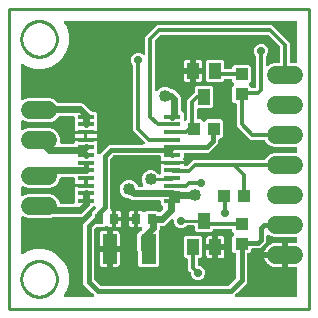
<source format=gbr>
G04 EAGLE Gerber RS-274X export*
G75*
%MOMM*%
%FSLAX34Y34*%
%LPD*%
%INTop Copper*%
%IPPOS*%
%AMOC8*
5,1,8,0,0,1.08239X$1,22.5*%
G01*
%ADD10R,1.397000X0.348000*%
%ADD11R,0.700000X0.900000*%
%ADD12R,1.200000X2.500000*%
%ADD13R,1.000000X1.400000*%
%ADD14R,1.100000X1.000000*%
%ADD15R,1.000000X1.100000*%
%ADD16C,1.524000*%
%ADD17C,0.406400*%
%ADD18C,1.016000*%
%ADD19C,0.609600*%
%ADD20C,0.711200*%
%ADD21C,0.304800*%
%ADD22C,0.254000*%
%ADD23C,0.254000*%

G36*
X185384Y19571D02*
X185384Y19571D01*
X185483Y19574D01*
X185542Y19591D01*
X185602Y19599D01*
X185694Y19635D01*
X185789Y19663D01*
X185841Y19693D01*
X185897Y19716D01*
X185977Y19774D01*
X186063Y19824D01*
X186138Y19890D01*
X186155Y19902D01*
X186163Y19912D01*
X186184Y19930D01*
X191906Y25652D01*
X191966Y25731D01*
X192034Y25803D01*
X192063Y25856D01*
X192100Y25904D01*
X192140Y25995D01*
X192188Y26081D01*
X192203Y26140D01*
X192227Y26195D01*
X192242Y26293D01*
X192267Y26389D01*
X192273Y26489D01*
X192277Y26510D01*
X192275Y26522D01*
X192277Y26550D01*
X192277Y46190D01*
X192262Y46308D01*
X192255Y46427D01*
X192242Y46465D01*
X192237Y46506D01*
X192194Y46616D01*
X192157Y46729D01*
X192135Y46764D01*
X192120Y46801D01*
X192051Y46897D01*
X191987Y46998D01*
X191957Y47026D01*
X191934Y47059D01*
X191842Y47135D01*
X191755Y47216D01*
X191720Y47236D01*
X191689Y47261D01*
X191581Y47312D01*
X191477Y47370D01*
X191437Y47380D01*
X191401Y47397D01*
X191284Y47419D01*
X191169Y47449D01*
X191109Y47453D01*
X191089Y47457D01*
X191068Y47455D01*
X191008Y47459D01*
X190298Y47459D01*
X188809Y48948D01*
X188809Y61052D01*
X190359Y62603D01*
X190432Y62697D01*
X190511Y62786D01*
X190529Y62822D01*
X190554Y62854D01*
X190602Y62963D01*
X190656Y63069D01*
X190665Y63108D01*
X190681Y63146D01*
X190699Y63263D01*
X190725Y63379D01*
X190724Y63420D01*
X190730Y63460D01*
X190719Y63578D01*
X190716Y63697D01*
X190704Y63736D01*
X190701Y63776D01*
X190660Y63888D01*
X190627Y64003D01*
X190607Y64038D01*
X190593Y64076D01*
X190526Y64174D01*
X190466Y64277D01*
X190426Y64322D01*
X190414Y64339D01*
X190399Y64352D01*
X190359Y64398D01*
X188809Y65948D01*
X188809Y66666D01*
X188794Y66784D01*
X188787Y66903D01*
X188774Y66941D01*
X188769Y66982D01*
X188726Y67092D01*
X188689Y67205D01*
X188667Y67240D01*
X188652Y67277D01*
X188583Y67373D01*
X188519Y67474D01*
X188489Y67502D01*
X188466Y67535D01*
X188374Y67611D01*
X188287Y67692D01*
X188252Y67712D01*
X188221Y67737D01*
X188113Y67788D01*
X188009Y67846D01*
X187969Y67856D01*
X187933Y67873D01*
X187816Y67895D01*
X187701Y67925D01*
X187641Y67929D01*
X187621Y67933D01*
X187600Y67931D01*
X187540Y67935D01*
X173910Y67935D01*
X173792Y67920D01*
X173673Y67913D01*
X173635Y67900D01*
X173594Y67895D01*
X173484Y67852D01*
X173371Y67815D01*
X173336Y67793D01*
X173299Y67778D01*
X173203Y67709D01*
X173102Y67645D01*
X173074Y67615D01*
X173041Y67592D01*
X172965Y67500D01*
X172884Y67413D01*
X172864Y67378D01*
X172839Y67347D01*
X172788Y67239D01*
X172730Y67135D01*
X172720Y67095D01*
X172703Y67059D01*
X172681Y66942D01*
X172651Y66827D01*
X172647Y66767D01*
X172643Y66747D01*
X172645Y66726D01*
X172641Y66666D01*
X172641Y66448D01*
X171152Y64959D01*
X159048Y64959D01*
X157559Y66448D01*
X157559Y69420D01*
X157544Y69538D01*
X157537Y69657D01*
X157524Y69695D01*
X157519Y69736D01*
X157476Y69846D01*
X157439Y69959D01*
X157417Y69994D01*
X157402Y70031D01*
X157333Y70127D01*
X157269Y70228D01*
X157239Y70256D01*
X157216Y70289D01*
X157124Y70365D01*
X157037Y70446D01*
X157002Y70466D01*
X156971Y70491D01*
X156863Y70542D01*
X156759Y70600D01*
X156719Y70610D01*
X156683Y70627D01*
X156566Y70649D01*
X156451Y70679D01*
X156391Y70683D01*
X156371Y70687D01*
X156350Y70685D01*
X156290Y70689D01*
X150957Y70689D01*
X150859Y70677D01*
X150760Y70674D01*
X150702Y70657D01*
X150642Y70649D01*
X150549Y70613D01*
X150454Y70585D01*
X150402Y70555D01*
X150346Y70532D01*
X150266Y70474D01*
X150180Y70424D01*
X150105Y70358D01*
X150089Y70346D01*
X150081Y70336D01*
X150060Y70318D01*
X148869Y69126D01*
X146628Y68198D01*
X144202Y68198D01*
X141961Y69126D01*
X140246Y70841D01*
X139318Y73082D01*
X139318Y75010D01*
X139301Y75148D01*
X139288Y75287D01*
X139281Y75306D01*
X139278Y75326D01*
X139227Y75455D01*
X139180Y75586D01*
X139169Y75603D01*
X139161Y75622D01*
X139080Y75734D01*
X139002Y75849D01*
X138986Y75863D01*
X138975Y75879D01*
X138867Y75968D01*
X138763Y76060D01*
X138745Y76069D01*
X138730Y76082D01*
X138604Y76141D01*
X138480Y76204D01*
X138460Y76209D01*
X138442Y76217D01*
X138306Y76243D01*
X138170Y76274D01*
X138149Y76273D01*
X138130Y76277D01*
X137991Y76268D01*
X137852Y76264D01*
X137832Y76259D01*
X137812Y76257D01*
X137680Y76215D01*
X137546Y76176D01*
X137529Y76166D01*
X137510Y76159D01*
X137392Y76085D01*
X137272Y76014D01*
X137251Y75996D01*
X137241Y75989D01*
X137227Y75974D01*
X137152Y75908D01*
X132706Y71462D01*
X130652Y70611D01*
X128778Y70611D01*
X128660Y70596D01*
X128541Y70589D01*
X128503Y70576D01*
X128462Y70571D01*
X128352Y70528D01*
X128239Y70491D01*
X128204Y70469D01*
X128167Y70454D01*
X128071Y70385D01*
X127970Y70321D01*
X127942Y70291D01*
X127909Y70268D01*
X127833Y70176D01*
X127752Y70089D01*
X127732Y70054D01*
X127707Y70023D01*
X127656Y69915D01*
X127598Y69811D01*
X127588Y69771D01*
X127571Y69735D01*
X127549Y69618D01*
X127519Y69503D01*
X127515Y69443D01*
X127511Y69423D01*
X127513Y69402D01*
X127509Y69342D01*
X127509Y67468D01*
X126666Y65435D01*
X126659Y65406D01*
X126645Y65380D01*
X126617Y65253D01*
X126582Y65128D01*
X126582Y65098D01*
X126576Y65069D01*
X126579Y64940D01*
X126577Y64810D01*
X126584Y64781D01*
X126585Y64752D01*
X126621Y64627D01*
X126641Y64546D01*
X126641Y37248D01*
X125152Y35759D01*
X111048Y35759D01*
X109559Y37248D01*
X109559Y47389D01*
X109558Y47398D01*
X109559Y47407D01*
X109538Y47556D01*
X109519Y47704D01*
X109516Y47713D01*
X109515Y47722D01*
X109463Y47874D01*
X108711Y49688D01*
X108711Y62072D01*
X109463Y63886D01*
X109465Y63895D01*
X109470Y63903D01*
X109507Y64048D01*
X109547Y64192D01*
X109547Y64202D01*
X109549Y64211D01*
X109558Y64351D01*
X111101Y65894D01*
X111159Y65917D01*
X111254Y65945D01*
X111306Y65975D01*
X111363Y65998D01*
X111443Y66056D01*
X111528Y66106D01*
X111603Y66172D01*
X111620Y66184D01*
X111628Y66194D01*
X111649Y66212D01*
X112429Y66993D01*
X112514Y67102D01*
X112603Y67209D01*
X112611Y67228D01*
X112624Y67244D01*
X112679Y67372D01*
X112738Y67497D01*
X112742Y67517D01*
X112750Y67536D01*
X112772Y67674D01*
X112798Y67810D01*
X112797Y67830D01*
X112800Y67850D01*
X112787Y67989D01*
X112778Y68127D01*
X112772Y68146D01*
X112770Y68166D01*
X112723Y68297D01*
X112680Y68429D01*
X112669Y68447D01*
X112663Y68466D01*
X112585Y68580D01*
X112510Y68698D01*
X112495Y68712D01*
X112484Y68729D01*
X112380Y68821D01*
X112279Y68916D01*
X112261Y68926D01*
X112246Y68939D01*
X112122Y69002D01*
X112000Y69070D01*
X111980Y69075D01*
X111962Y69084D01*
X111826Y69114D01*
X111692Y69149D01*
X111664Y69151D01*
X111652Y69154D01*
X111632Y69153D01*
X111531Y69159D01*
X109549Y69159D01*
X109549Y75720D01*
X109534Y75838D01*
X109527Y75957D01*
X109514Y75995D01*
X109509Y76035D01*
X109466Y76146D01*
X109450Y76194D01*
X109460Y76212D01*
X109470Y76251D01*
X109487Y76287D01*
X109509Y76404D01*
X109539Y76520D01*
X109543Y76580D01*
X109547Y76600D01*
X109545Y76620D01*
X109549Y76680D01*
X109549Y83241D01*
X111634Y83241D01*
X112281Y83068D01*
X112860Y82733D01*
X113402Y82191D01*
X113497Y82118D01*
X113586Y82039D01*
X113622Y82020D01*
X113654Y81996D01*
X113763Y81948D01*
X113869Y81894D01*
X113908Y81885D01*
X113946Y81869D01*
X114064Y81851D01*
X114179Y81825D01*
X114220Y81826D01*
X114260Y81819D01*
X114378Y81831D01*
X114497Y81834D01*
X114536Y81846D01*
X114576Y81849D01*
X114688Y81890D01*
X114803Y81923D01*
X114838Y81943D01*
X114876Y81957D01*
X114974Y82024D01*
X115077Y82084D01*
X115122Y82124D01*
X115139Y82135D01*
X115152Y82151D01*
X115197Y82191D01*
X116248Y83241D01*
X125352Y83241D01*
X126117Y82476D01*
X126211Y82403D01*
X126301Y82324D01*
X126337Y82306D01*
X126369Y82281D01*
X126478Y82234D01*
X126584Y82180D01*
X126623Y82171D01*
X126660Y82155D01*
X126778Y82136D01*
X126894Y82110D01*
X126934Y82111D01*
X126974Y82105D01*
X127093Y82116D01*
X127212Y82120D01*
X127251Y82131D01*
X127291Y82135D01*
X127403Y82175D01*
X127517Y82208D01*
X127552Y82228D01*
X127590Y82242D01*
X127689Y82309D01*
X127791Y82369D01*
X127837Y82409D01*
X127853Y82421D01*
X127867Y82436D01*
X127912Y82476D01*
X130367Y84930D01*
X130440Y85024D01*
X130518Y85114D01*
X130537Y85150D01*
X130562Y85182D01*
X130609Y85291D01*
X130663Y85397D01*
X130672Y85436D01*
X130688Y85473D01*
X130707Y85591D01*
X130733Y85707D01*
X130731Y85747D01*
X130738Y85787D01*
X130727Y85906D01*
X130723Y86025D01*
X130712Y86064D01*
X130708Y86104D01*
X130668Y86216D01*
X130635Y86330D01*
X130614Y86365D01*
X130600Y86403D01*
X130533Y86502D01*
X130473Y86604D01*
X130433Y86650D01*
X130422Y86667D01*
X130406Y86680D01*
X130367Y86725D01*
X128634Y88458D01*
X128634Y90892D01*
X128619Y91010D01*
X128612Y91129D01*
X128599Y91167D01*
X128594Y91208D01*
X128551Y91318D01*
X128514Y91431D01*
X128492Y91466D01*
X128477Y91503D01*
X128408Y91599D01*
X128344Y91700D01*
X128314Y91728D01*
X128291Y91761D01*
X128199Y91837D01*
X128112Y91918D01*
X128077Y91938D01*
X128046Y91963D01*
X127938Y92014D01*
X127834Y92072D01*
X127794Y92082D01*
X127758Y92099D01*
X127641Y92121D01*
X127526Y92151D01*
X127466Y92155D01*
X127446Y92159D01*
X127425Y92157D01*
X127365Y92161D01*
X104338Y92161D01*
X102284Y93012D01*
X101689Y93608D01*
X101611Y93668D01*
X101538Y93736D01*
X101485Y93765D01*
X101438Y93802D01*
X101347Y93842D01*
X101260Y93890D01*
X101201Y93905D01*
X101146Y93929D01*
X101048Y93944D01*
X100952Y93969D01*
X100852Y93975D01*
X100832Y93979D01*
X100819Y93977D01*
X100791Y93979D01*
X100084Y93979D01*
X97283Y95139D01*
X95139Y97283D01*
X93979Y100084D01*
X93979Y103116D01*
X95139Y105917D01*
X97283Y108061D01*
X100084Y109221D01*
X103116Y109221D01*
X105917Y108061D01*
X108061Y105917D01*
X108804Y104122D01*
X108818Y104097D01*
X108828Y104069D01*
X108897Y103959D01*
X108961Y103846D01*
X108982Y103825D01*
X108998Y103800D01*
X109092Y103711D01*
X109183Y103618D01*
X109208Y103602D01*
X109229Y103582D01*
X109343Y103519D01*
X109454Y103451D01*
X109482Y103443D01*
X109508Y103428D01*
X109634Y103396D01*
X109758Y103358D01*
X109787Y103356D01*
X109816Y103349D01*
X109976Y103339D01*
X112436Y103339D01*
X112574Y103356D01*
X112712Y103369D01*
X112731Y103376D01*
X112751Y103379D01*
X112881Y103430D01*
X113012Y103477D01*
X113028Y103488D01*
X113047Y103496D01*
X113159Y103577D01*
X113275Y103656D01*
X113288Y103671D01*
X113304Y103682D01*
X113393Y103790D01*
X113485Y103894D01*
X113494Y103912D01*
X113507Y103927D01*
X113566Y104053D01*
X113630Y104177D01*
X113634Y104197D01*
X113643Y104215D01*
X113669Y104351D01*
X113699Y104488D01*
X113699Y104508D01*
X113702Y104527D01*
X113694Y104666D01*
X113689Y104805D01*
X113684Y104825D01*
X113683Y104845D01*
X113640Y104977D01*
X113601Y105111D01*
X113591Y105128D01*
X113585Y105147D01*
X113510Y105265D01*
X113439Y105385D01*
X113437Y105387D01*
X112267Y108212D01*
X112267Y111244D01*
X113427Y114045D01*
X115571Y116189D01*
X118372Y117349D01*
X121404Y117349D01*
X124205Y116189D01*
X126468Y113926D01*
X126577Y113841D01*
X126684Y113752D01*
X126703Y113743D01*
X126719Y113731D01*
X126847Y113675D01*
X126972Y113616D01*
X126992Y113613D01*
X127011Y113605D01*
X127149Y113583D01*
X127285Y113557D01*
X127305Y113558D01*
X127325Y113555D01*
X127464Y113568D01*
X127602Y113576D01*
X127621Y113583D01*
X127641Y113584D01*
X127773Y113632D01*
X127904Y113674D01*
X127922Y113685D01*
X127941Y113692D01*
X128056Y113770D01*
X128173Y113845D01*
X128187Y113859D01*
X128204Y113871D01*
X128296Y113975D01*
X128391Y114076D01*
X128401Y114094D01*
X128414Y114109D01*
X128478Y114233D01*
X128545Y114355D01*
X128550Y114374D01*
X128559Y114392D01*
X128589Y114528D01*
X128624Y114663D01*
X128626Y114691D01*
X128629Y114703D01*
X128628Y114723D01*
X128634Y114823D01*
X128634Y120092D01*
X128656Y120121D01*
X128698Y120218D01*
X128748Y120311D01*
X128761Y120363D01*
X128782Y120412D01*
X128799Y120517D01*
X128824Y120620D01*
X128824Y120673D01*
X128832Y120726D01*
X128822Y120832D01*
X128821Y120938D01*
X128805Y121022D01*
X128803Y121043D01*
X128797Y121058D01*
X128790Y121095D01*
X128634Y121676D01*
X128634Y122481D01*
X138160Y122481D01*
X147686Y122481D01*
X147686Y122174D01*
X147701Y122056D01*
X147708Y121937D01*
X147720Y121899D01*
X147726Y121858D01*
X147769Y121748D01*
X147806Y121635D01*
X147828Y121600D01*
X147843Y121563D01*
X147912Y121467D01*
X147976Y121366D01*
X148006Y121338D01*
X148029Y121305D01*
X148121Y121229D01*
X148208Y121148D01*
X148243Y121128D01*
X148274Y121103D01*
X148382Y121052D01*
X148486Y120994D01*
X148526Y120984D01*
X148562Y120967D01*
X148679Y120945D01*
X148794Y120915D01*
X148854Y120911D01*
X148874Y120907D01*
X148895Y120909D01*
X148955Y120905D01*
X150191Y120905D01*
X150289Y120917D01*
X150388Y120920D01*
X150446Y120937D01*
X150506Y120945D01*
X150598Y120981D01*
X150693Y121009D01*
X150745Y121039D01*
X150802Y121062D01*
X150882Y121120D01*
X150967Y121170D01*
X151043Y121236D01*
X151059Y121248D01*
X151067Y121258D01*
X151088Y121276D01*
X155796Y125985D01*
X215898Y125985D01*
X215927Y125988D01*
X215956Y125986D01*
X216084Y126008D01*
X216213Y126025D01*
X216241Y126035D01*
X216270Y126040D01*
X216388Y126094D01*
X216509Y126142D01*
X216533Y126159D01*
X216560Y126171D01*
X216661Y126252D01*
X216766Y126328D01*
X216785Y126351D01*
X216808Y126370D01*
X216886Y126473D01*
X216969Y126573D01*
X216982Y126600D01*
X216999Y126624D01*
X217070Y126768D01*
X217446Y127676D01*
X220304Y130534D01*
X224039Y132081D01*
X242570Y132081D01*
X242688Y132096D01*
X242807Y132103D01*
X242845Y132116D01*
X242886Y132121D01*
X242996Y132164D01*
X243109Y132201D01*
X243144Y132223D01*
X243181Y132238D01*
X243277Y132307D01*
X243378Y132371D01*
X243406Y132401D01*
X243439Y132424D01*
X243515Y132516D01*
X243596Y132603D01*
X243616Y132638D01*
X243641Y132669D01*
X243692Y132777D01*
X243750Y132881D01*
X243760Y132921D01*
X243777Y132957D01*
X243799Y133074D01*
X243829Y133189D01*
X243833Y133249D01*
X243837Y133269D01*
X243835Y133290D01*
X243839Y133350D01*
X243839Y135890D01*
X243824Y136008D01*
X243817Y136127D01*
X243804Y136165D01*
X243799Y136206D01*
X243756Y136316D01*
X243719Y136429D01*
X243697Y136464D01*
X243682Y136501D01*
X243613Y136597D01*
X243549Y136698D01*
X243519Y136726D01*
X243496Y136759D01*
X243404Y136835D01*
X243317Y136916D01*
X243282Y136936D01*
X243251Y136961D01*
X243143Y137012D01*
X243039Y137070D01*
X242999Y137080D01*
X242963Y137097D01*
X242846Y137119D01*
X242731Y137149D01*
X242671Y137153D01*
X242651Y137157D01*
X242630Y137155D01*
X242570Y137159D01*
X224039Y137159D01*
X220304Y138706D01*
X217446Y141564D01*
X217070Y142472D01*
X217056Y142497D01*
X217047Y142525D01*
X216977Y142635D01*
X216913Y142748D01*
X216892Y142769D01*
X216876Y142794D01*
X216782Y142883D01*
X216691Y142976D01*
X216666Y142992D01*
X216645Y143012D01*
X216531Y143075D01*
X216420Y143143D01*
X216392Y143151D01*
X216366Y143166D01*
X216241Y143198D01*
X216116Y143236D01*
X216087Y143238D01*
X216058Y143245D01*
X215898Y143255D01*
X204056Y143255D01*
X192785Y154526D01*
X192785Y173190D01*
X192770Y173308D01*
X192763Y173427D01*
X192750Y173465D01*
X192745Y173506D01*
X192702Y173616D01*
X192665Y173729D01*
X192643Y173764D01*
X192628Y173801D01*
X192559Y173897D01*
X192495Y173998D01*
X192465Y174026D01*
X192442Y174059D01*
X192350Y174135D01*
X192263Y174216D01*
X192228Y174236D01*
X192197Y174261D01*
X192089Y174312D01*
X191985Y174370D01*
X191945Y174380D01*
X191909Y174397D01*
X191792Y174419D01*
X191677Y174449D01*
X191617Y174453D01*
X191597Y174457D01*
X191576Y174455D01*
X191516Y174459D01*
X190298Y174459D01*
X188809Y175948D01*
X188809Y188052D01*
X190359Y189603D01*
X190432Y189697D01*
X190511Y189786D01*
X190529Y189822D01*
X190554Y189854D01*
X190602Y189963D01*
X190656Y190069D01*
X190665Y190108D01*
X190681Y190146D01*
X190699Y190263D01*
X190725Y190379D01*
X190724Y190420D01*
X190730Y190460D01*
X190719Y190578D01*
X190716Y190697D01*
X190704Y190736D01*
X190701Y190776D01*
X190660Y190888D01*
X190627Y191003D01*
X190607Y191038D01*
X190593Y191076D01*
X190526Y191174D01*
X190466Y191277D01*
X190426Y191322D01*
X190414Y191339D01*
X190399Y191352D01*
X190359Y191398D01*
X188809Y192948D01*
X188809Y193666D01*
X188794Y193784D01*
X188787Y193903D01*
X188774Y193941D01*
X188769Y193982D01*
X188726Y194092D01*
X188689Y194205D01*
X188667Y194240D01*
X188652Y194277D01*
X188583Y194373D01*
X188519Y194474D01*
X188489Y194502D01*
X188466Y194535D01*
X188374Y194611D01*
X188287Y194692D01*
X188252Y194712D01*
X188221Y194737D01*
X188113Y194788D01*
X188009Y194846D01*
X187969Y194856D01*
X187933Y194873D01*
X187816Y194895D01*
X187701Y194925D01*
X187641Y194929D01*
X187621Y194933D01*
X187600Y194931D01*
X187540Y194935D01*
X183410Y194935D01*
X183292Y194920D01*
X183173Y194913D01*
X183135Y194900D01*
X183094Y194895D01*
X182984Y194852D01*
X182871Y194815D01*
X182836Y194793D01*
X182799Y194778D01*
X182703Y194709D01*
X182602Y194645D01*
X182574Y194615D01*
X182541Y194592D01*
X182465Y194500D01*
X182384Y194413D01*
X182364Y194378D01*
X182339Y194347D01*
X182288Y194239D01*
X182230Y194135D01*
X182220Y194095D01*
X182203Y194059D01*
X182181Y193942D01*
X182151Y193827D01*
X182147Y193767D01*
X182143Y193747D01*
X182145Y193726D01*
X182141Y193666D01*
X182141Y193448D01*
X180652Y191959D01*
X168548Y191959D01*
X167059Y193448D01*
X167059Y209552D01*
X168548Y211041D01*
X180652Y211041D01*
X182141Y209552D01*
X182141Y204334D01*
X182156Y204216D01*
X182163Y204097D01*
X182176Y204059D01*
X182181Y204018D01*
X182224Y203908D01*
X182261Y203795D01*
X182283Y203760D01*
X182298Y203723D01*
X182367Y203627D01*
X182431Y203526D01*
X182461Y203498D01*
X182484Y203465D01*
X182576Y203389D01*
X182663Y203308D01*
X182698Y203288D01*
X182729Y203263D01*
X182837Y203212D01*
X182941Y203154D01*
X182981Y203144D01*
X183017Y203127D01*
X183134Y203105D01*
X183249Y203075D01*
X183309Y203071D01*
X183329Y203067D01*
X183350Y203069D01*
X183410Y203065D01*
X187540Y203065D01*
X187658Y203080D01*
X187777Y203087D01*
X187815Y203100D01*
X187856Y203105D01*
X187966Y203148D01*
X188079Y203185D01*
X188114Y203207D01*
X188151Y203222D01*
X188247Y203291D01*
X188348Y203355D01*
X188376Y203385D01*
X188409Y203408D01*
X188485Y203500D01*
X188566Y203587D01*
X188586Y203622D01*
X188611Y203653D01*
X188662Y203761D01*
X188720Y203865D01*
X188730Y203905D01*
X188747Y203941D01*
X188769Y204058D01*
X188799Y204173D01*
X188803Y204233D01*
X188807Y204253D01*
X188806Y204270D01*
X188807Y204275D01*
X188806Y204285D01*
X188809Y204334D01*
X188809Y205052D01*
X190298Y206541D01*
X203402Y206541D01*
X204891Y205052D01*
X204891Y192948D01*
X203341Y191398D01*
X203268Y191303D01*
X203189Y191214D01*
X203171Y191178D01*
X203146Y191146D01*
X203098Y191037D01*
X203044Y190931D01*
X203035Y190892D01*
X203019Y190854D01*
X203001Y190737D01*
X202975Y190621D01*
X202976Y190580D01*
X202970Y190540D01*
X202981Y190422D01*
X202984Y190303D01*
X202996Y190264D01*
X202999Y190224D01*
X203040Y190111D01*
X203073Y189997D01*
X203093Y189963D01*
X203107Y189924D01*
X203174Y189826D01*
X203234Y189723D01*
X203274Y189678D01*
X203286Y189661D01*
X203301Y189648D01*
X203341Y189603D01*
X204910Y188034D01*
X204913Y187977D01*
X204926Y187939D01*
X204931Y187898D01*
X204974Y187788D01*
X205011Y187675D01*
X205033Y187640D01*
X205048Y187603D01*
X205117Y187507D01*
X205181Y187406D01*
X205211Y187378D01*
X205234Y187345D01*
X205326Y187269D01*
X205413Y187188D01*
X205448Y187168D01*
X205479Y187143D01*
X205587Y187092D01*
X205691Y187034D01*
X205731Y187024D01*
X205767Y187007D01*
X205884Y186985D01*
X205999Y186955D01*
X206059Y186951D01*
X206079Y186947D01*
X206100Y186949D01*
X206160Y186945D01*
X208026Y186945D01*
X208144Y186960D01*
X208263Y186967D01*
X208301Y186980D01*
X208342Y186985D01*
X208452Y187028D01*
X208565Y187065D01*
X208600Y187087D01*
X208637Y187102D01*
X208733Y187171D01*
X208834Y187235D01*
X208862Y187265D01*
X208895Y187288D01*
X208971Y187380D01*
X209052Y187467D01*
X209072Y187502D01*
X209097Y187533D01*
X209148Y187641D01*
X209206Y187745D01*
X209216Y187785D01*
X209233Y187821D01*
X209255Y187938D01*
X209285Y188053D01*
X209289Y188113D01*
X209293Y188133D01*
X209291Y188154D01*
X209295Y188214D01*
X209295Y213357D01*
X209283Y213455D01*
X209280Y213554D01*
X209263Y213612D01*
X209255Y213672D01*
X209219Y213765D01*
X209191Y213860D01*
X209161Y213912D01*
X209138Y213968D01*
X209080Y214048D01*
X209030Y214134D01*
X208964Y214209D01*
X208952Y214225D01*
X208942Y214233D01*
X208924Y214254D01*
X208191Y214986D01*
X207263Y217227D01*
X207263Y219653D01*
X208191Y221894D01*
X209906Y223609D01*
X212147Y224537D01*
X214573Y224537D01*
X216814Y223609D01*
X218529Y221894D01*
X219457Y219653D01*
X219457Y217227D01*
X218529Y214986D01*
X217796Y214254D01*
X217736Y214176D01*
X217668Y214104D01*
X217639Y214051D01*
X217602Y214003D01*
X217562Y213912D01*
X217514Y213826D01*
X217499Y213767D01*
X217475Y213711D01*
X217460Y213613D01*
X217435Y213518D01*
X217429Y213418D01*
X217425Y213397D01*
X217427Y213385D01*
X217425Y213357D01*
X217425Y206918D01*
X217442Y206780D01*
X217455Y206642D01*
X217462Y206623D01*
X217465Y206603D01*
X217516Y206474D01*
X217563Y206343D01*
X217574Y206326D01*
X217582Y206307D01*
X217663Y206195D01*
X217741Y206080D01*
X217757Y206066D01*
X217768Y206050D01*
X217876Y205961D01*
X217980Y205869D01*
X217998Y205860D01*
X218013Y205847D01*
X218139Y205788D01*
X218263Y205725D01*
X218283Y205720D01*
X218301Y205712D01*
X218438Y205685D01*
X218573Y205655D01*
X218594Y205656D01*
X218613Y205652D01*
X218752Y205660D01*
X218891Y205665D01*
X218911Y205670D01*
X218931Y205671D01*
X219063Y205714D01*
X219197Y205753D01*
X219214Y205763D01*
X219233Y205770D01*
X219351Y205844D01*
X219471Y205915D01*
X219492Y205933D01*
X219502Y205940D01*
X219516Y205955D01*
X219591Y206021D01*
X220304Y206734D01*
X224039Y208281D01*
X228346Y208281D01*
X228464Y208296D01*
X228583Y208303D01*
X228621Y208316D01*
X228662Y208321D01*
X228772Y208364D01*
X228885Y208401D01*
X228920Y208423D01*
X228957Y208438D01*
X229053Y208507D01*
X229154Y208571D01*
X229182Y208601D01*
X229215Y208624D01*
X229291Y208716D01*
X229372Y208803D01*
X229392Y208838D01*
X229417Y208869D01*
X229468Y208977D01*
X229526Y209081D01*
X229536Y209121D01*
X229553Y209157D01*
X229575Y209274D01*
X229605Y209389D01*
X229609Y209449D01*
X229613Y209469D01*
X229611Y209490D01*
X229615Y209550D01*
X229615Y221311D01*
X229603Y221409D01*
X229600Y221508D01*
X229583Y221566D01*
X229575Y221626D01*
X229539Y221718D01*
X229511Y221813D01*
X229481Y221865D01*
X229458Y221922D01*
X229400Y222002D01*
X229350Y222087D01*
X229284Y222163D01*
X229272Y222179D01*
X229262Y222187D01*
X229244Y222208D01*
X219668Y231784D01*
X219590Y231844D01*
X219518Y231912D01*
X219465Y231941D01*
X219417Y231978D01*
X219326Y232018D01*
X219239Y232066D01*
X219181Y232081D01*
X219125Y232105D01*
X219027Y232120D01*
X218931Y232145D01*
X218831Y232151D01*
X218811Y232155D01*
X218799Y232153D01*
X218771Y232155D01*
X129209Y232155D01*
X129111Y232143D01*
X129012Y232140D01*
X128954Y232123D01*
X128894Y232115D01*
X128802Y232079D01*
X128707Y232051D01*
X128655Y232021D01*
X128598Y231998D01*
X128518Y231940D01*
X128433Y231890D01*
X128357Y231824D01*
X128341Y231812D01*
X128333Y231802D01*
X128312Y231784D01*
X123816Y227288D01*
X123756Y227210D01*
X123688Y227138D01*
X123659Y227085D01*
X123622Y227037D01*
X123582Y226946D01*
X123534Y226859D01*
X123519Y226801D01*
X123495Y226745D01*
X123480Y226647D01*
X123455Y226551D01*
X123449Y226451D01*
X123445Y226431D01*
X123447Y226419D01*
X123445Y226391D01*
X123445Y185546D01*
X123462Y185409D01*
X123475Y185270D01*
X123482Y185251D01*
X123485Y185231D01*
X123536Y185102D01*
X123583Y184971D01*
X123594Y184954D01*
X123602Y184935D01*
X123683Y184823D01*
X123761Y184708D01*
X123777Y184694D01*
X123788Y184678D01*
X123896Y184589D01*
X124000Y184497D01*
X124018Y184488D01*
X124033Y184475D01*
X124159Y184416D01*
X124283Y184352D01*
X124303Y184348D01*
X124321Y184339D01*
X124457Y184313D01*
X124593Y184283D01*
X124614Y184283D01*
X124633Y184280D01*
X124772Y184288D01*
X124911Y184292D01*
X124931Y184298D01*
X124951Y184299D01*
X125083Y184342D01*
X125217Y184381D01*
X125234Y184391D01*
X125253Y184397D01*
X125371Y184472D01*
X125491Y184542D01*
X125512Y184561D01*
X125522Y184568D01*
X125536Y184583D01*
X125611Y184649D01*
X127763Y186801D01*
X130564Y187961D01*
X133596Y187961D01*
X136397Y186801D01*
X136897Y186301D01*
X136975Y186240D01*
X137047Y186172D01*
X137100Y186143D01*
X137148Y186106D01*
X137239Y186066D01*
X137326Y186018D01*
X137384Y186003D01*
X137440Y185979D01*
X137538Y185964D01*
X137634Y185939D01*
X137734Y185933D01*
X137754Y185929D01*
X137766Y185931D01*
X137794Y185929D01*
X138272Y185929D01*
X140326Y185078D01*
X144438Y180966D01*
X145289Y178912D01*
X145289Y168300D01*
X145304Y168182D01*
X145311Y168063D01*
X145324Y168025D01*
X145329Y167984D01*
X145372Y167874D01*
X145409Y167761D01*
X145431Y167726D01*
X145446Y167689D01*
X145515Y167593D01*
X145579Y167492D01*
X145609Y167464D01*
X145632Y167431D01*
X145724Y167355D01*
X145811Y167274D01*
X145846Y167254D01*
X145877Y167229D01*
X145985Y167178D01*
X146089Y167120D01*
X146114Y167114D01*
X147686Y165542D01*
X147686Y160643D01*
X147703Y160506D01*
X147716Y160367D01*
X147723Y160348D01*
X147726Y160328D01*
X147777Y160199D01*
X147824Y160067D01*
X147835Y160051D01*
X147843Y160032D01*
X147924Y159920D01*
X148002Y159804D01*
X148018Y159791D01*
X148029Y159775D01*
X148137Y159686D01*
X148241Y159594D01*
X148259Y159585D01*
X148274Y159572D01*
X148400Y159513D01*
X148524Y159449D01*
X148544Y159445D01*
X148562Y159436D01*
X148698Y159410D01*
X148834Y159380D01*
X148855Y159380D01*
X148874Y159376D01*
X149013Y159385D01*
X149152Y159389D01*
X149172Y159395D01*
X149192Y159396D01*
X149324Y159439D01*
X149458Y159478D01*
X149475Y159488D01*
X149494Y159494D01*
X149612Y159569D01*
X149732Y159639D01*
X149753Y159658D01*
X149763Y159664D01*
X149777Y159679D01*
X149852Y159746D01*
X150504Y160397D01*
X150564Y160475D01*
X150632Y160547D01*
X150661Y160600D01*
X150698Y160648D01*
X150738Y160739D01*
X150786Y160826D01*
X150801Y160884D01*
X150825Y160940D01*
X150840Y161038D01*
X150865Y161133D01*
X150871Y161233D01*
X150875Y161254D01*
X150873Y161266D01*
X150875Y161294D01*
X150875Y176944D01*
X153628Y179696D01*
X157188Y183256D01*
X157248Y183334D01*
X157316Y183406D01*
X157345Y183459D01*
X157382Y183507D01*
X157422Y183598D01*
X157470Y183685D01*
X157485Y183743D01*
X157509Y183799D01*
X157524Y183897D01*
X157549Y183993D01*
X157555Y184093D01*
X157559Y184113D01*
X157557Y184125D01*
X157559Y184153D01*
X157559Y187552D01*
X159048Y189041D01*
X171152Y189041D01*
X172641Y187552D01*
X172641Y171448D01*
X171152Y169959D01*
X160274Y169959D01*
X160156Y169944D01*
X160037Y169937D01*
X159999Y169924D01*
X159958Y169919D01*
X159848Y169876D01*
X159735Y169839D01*
X159700Y169817D01*
X159663Y169802D01*
X159567Y169733D01*
X159466Y169669D01*
X159438Y169639D01*
X159405Y169616D01*
X159329Y169524D01*
X159248Y169437D01*
X159228Y169402D01*
X159203Y169371D01*
X159152Y169263D01*
X159094Y169159D01*
X159084Y169119D01*
X159067Y169083D01*
X159045Y168966D01*
X159015Y168851D01*
X159011Y168791D01*
X159007Y168771D01*
X159009Y168750D01*
X159005Y168690D01*
X159005Y161710D01*
X159020Y161592D01*
X159027Y161473D01*
X159040Y161435D01*
X159045Y161394D01*
X159088Y161284D01*
X159125Y161171D01*
X159147Y161136D01*
X159162Y161099D01*
X159231Y161003D01*
X159295Y160902D01*
X159325Y160874D01*
X159348Y160841D01*
X159440Y160765D01*
X159527Y160684D01*
X159562Y160664D01*
X159593Y160639D01*
X159701Y160588D01*
X159805Y160530D01*
X159845Y160520D01*
X159881Y160503D01*
X159998Y160481D01*
X160113Y160451D01*
X160173Y160447D01*
X160193Y160443D01*
X160214Y160445D01*
X160274Y160441D01*
X162652Y160441D01*
X164202Y158891D01*
X164297Y158818D01*
X164386Y158739D01*
X164422Y158721D01*
X164454Y158696D01*
X164563Y158648D01*
X164669Y158594D01*
X164708Y158585D01*
X164746Y158569D01*
X164863Y158551D01*
X164979Y158525D01*
X165020Y158526D01*
X165060Y158520D01*
X165178Y158531D01*
X165297Y158534D01*
X165336Y158546D01*
X165376Y158549D01*
X165489Y158590D01*
X165603Y158623D01*
X165637Y158643D01*
X165676Y158657D01*
X165774Y158724D01*
X165877Y158784D01*
X165922Y158824D01*
X165939Y158836D01*
X165952Y158851D01*
X165997Y158891D01*
X167548Y160441D01*
X179652Y160441D01*
X181141Y158952D01*
X181141Y145848D01*
X179652Y144359D01*
X178562Y144359D01*
X178444Y144344D01*
X178325Y144337D01*
X178287Y144324D01*
X178246Y144319D01*
X178136Y144276D01*
X178023Y144239D01*
X177988Y144217D01*
X177951Y144202D01*
X177855Y144133D01*
X177754Y144069D01*
X177726Y144039D01*
X177693Y144016D01*
X177617Y143924D01*
X177536Y143837D01*
X177516Y143802D01*
X177491Y143771D01*
X177440Y143663D01*
X177382Y143559D01*
X177372Y143519D01*
X177355Y143483D01*
X177333Y143366D01*
X177303Y143251D01*
X177299Y143191D01*
X177295Y143171D01*
X177297Y143150D01*
X177293Y143090D01*
X177293Y140346D01*
X169124Y132177D01*
X148955Y132177D01*
X148837Y132162D01*
X148718Y132155D01*
X148680Y132142D01*
X148639Y132137D01*
X148529Y132094D01*
X148416Y132057D01*
X148381Y132035D01*
X148344Y132020D01*
X148248Y131951D01*
X148147Y131887D01*
X148119Y131857D01*
X148086Y131834D01*
X148010Y131742D01*
X147929Y131655D01*
X147909Y131620D01*
X147884Y131589D01*
X147833Y131481D01*
X147775Y131377D01*
X147765Y131337D01*
X147748Y131301D01*
X147726Y131184D01*
X147696Y131069D01*
X147692Y131009D01*
X147688Y130989D01*
X147690Y130968D01*
X147686Y130908D01*
X147686Y127408D01*
X147664Y127379D01*
X147622Y127282D01*
X147572Y127189D01*
X147559Y127137D01*
X147538Y127088D01*
X147521Y126983D01*
X147496Y126880D01*
X147496Y126827D01*
X147488Y126774D01*
X147498Y126668D01*
X147499Y126562D01*
X147515Y126478D01*
X147517Y126457D01*
X147523Y126442D01*
X147530Y126405D01*
X147686Y125824D01*
X147686Y125019D01*
X138160Y125019D01*
X128634Y125019D01*
X128634Y125824D01*
X128790Y126405D01*
X128804Y126510D01*
X128827Y126613D01*
X128826Y126666D01*
X128833Y126720D01*
X128821Y126825D01*
X128818Y126930D01*
X128803Y126982D01*
X128796Y127036D01*
X128759Y127134D01*
X128729Y127236D01*
X128702Y127282D01*
X128683Y127333D01*
X128634Y127401D01*
X128634Y128778D01*
X128619Y128896D01*
X128612Y129015D01*
X128599Y129053D01*
X128594Y129094D01*
X128551Y129204D01*
X128514Y129317D01*
X128492Y129352D01*
X128477Y129389D01*
X128408Y129485D01*
X128344Y129586D01*
X128314Y129614D01*
X128291Y129647D01*
X128199Y129723D01*
X128112Y129804D01*
X128077Y129824D01*
X128046Y129849D01*
X127938Y129900D01*
X127834Y129958D01*
X127794Y129968D01*
X127758Y129985D01*
X127641Y130007D01*
X127526Y130037D01*
X127466Y130041D01*
X127446Y130045D01*
X127425Y130043D01*
X127365Y130047D01*
X88780Y130047D01*
X88682Y130035D01*
X88583Y130032D01*
X88524Y130015D01*
X88464Y130007D01*
X88372Y129971D01*
X88277Y129943D01*
X88225Y129913D01*
X88169Y129890D01*
X88089Y129832D01*
X88003Y129782D01*
X87928Y129716D01*
X87911Y129704D01*
X87903Y129694D01*
X87882Y129676D01*
X86224Y128018D01*
X86164Y127939D01*
X86096Y127867D01*
X86067Y127814D01*
X86030Y127766D01*
X85990Y127675D01*
X85942Y127589D01*
X85927Y127530D01*
X85903Y127475D01*
X85888Y127377D01*
X85863Y127281D01*
X85857Y127181D01*
X85853Y127160D01*
X85855Y127148D01*
X85853Y127120D01*
X85853Y84510D01*
X85868Y84392D01*
X85875Y84273D01*
X85888Y84235D01*
X85893Y84194D01*
X85936Y84084D01*
X85973Y83971D01*
X85995Y83936D01*
X86010Y83899D01*
X86080Y83802D01*
X86143Y83702D01*
X86173Y83674D01*
X86196Y83641D01*
X86288Y83565D01*
X86375Y83484D01*
X86410Y83464D01*
X86441Y83439D01*
X86549Y83388D01*
X86653Y83330D01*
X86693Y83320D01*
X86729Y83303D01*
X86846Y83281D01*
X86961Y83251D01*
X87021Y83247D01*
X87041Y83243D01*
X87062Y83245D01*
X87122Y83241D01*
X87301Y83241D01*
X87301Y76680D01*
X87316Y76562D01*
X87323Y76443D01*
X87335Y76405D01*
X87341Y76365D01*
X87384Y76254D01*
X87400Y76206D01*
X87390Y76188D01*
X87380Y76149D01*
X87363Y76113D01*
X87341Y75996D01*
X87311Y75880D01*
X87307Y75820D01*
X87303Y75800D01*
X87305Y75780D01*
X87301Y75720D01*
X87301Y69159D01*
X85216Y69159D01*
X84569Y69332D01*
X83990Y69667D01*
X83448Y70209D01*
X83353Y70282D01*
X83264Y70361D01*
X83228Y70380D01*
X83196Y70404D01*
X83087Y70452D01*
X82981Y70506D01*
X82942Y70515D01*
X82904Y70531D01*
X82786Y70549D01*
X82671Y70575D01*
X82630Y70574D01*
X82590Y70581D01*
X82472Y70569D01*
X82353Y70566D01*
X82314Y70554D01*
X82274Y70551D01*
X82162Y70510D01*
X82047Y70477D01*
X82012Y70457D01*
X81974Y70443D01*
X81876Y70376D01*
X81773Y70316D01*
X81728Y70276D01*
X81711Y70265D01*
X81698Y70249D01*
X81653Y70209D01*
X80602Y69159D01*
X73866Y69159D01*
X73768Y69147D01*
X73669Y69144D01*
X73610Y69127D01*
X73550Y69119D01*
X73458Y69083D01*
X73363Y69055D01*
X73311Y69025D01*
X73255Y69002D01*
X73175Y68944D01*
X73089Y68894D01*
X73014Y68828D01*
X72997Y68816D01*
X72989Y68806D01*
X72968Y68788D01*
X72508Y68328D01*
X72448Y68249D01*
X72380Y68177D01*
X72351Y68124D01*
X72314Y68076D01*
X72274Y67985D01*
X72226Y67899D01*
X72211Y67840D01*
X72187Y67785D01*
X72172Y67687D01*
X72147Y67591D01*
X72141Y67491D01*
X72137Y67470D01*
X72139Y67458D01*
X72137Y67430D01*
X72137Y25280D01*
X72149Y25182D01*
X72152Y25083D01*
X72169Y25024D01*
X72177Y24964D01*
X72213Y24872D01*
X72241Y24777D01*
X72271Y24725D01*
X72294Y24669D01*
X72352Y24589D01*
X72402Y24503D01*
X72468Y24428D01*
X72480Y24411D01*
X72490Y24403D01*
X72508Y24382D01*
X76960Y19930D01*
X77039Y19870D01*
X77111Y19802D01*
X77164Y19773D01*
X77212Y19736D01*
X77303Y19696D01*
X77389Y19648D01*
X77448Y19633D01*
X77503Y19609D01*
X77601Y19594D01*
X77697Y19569D01*
X77797Y19563D01*
X77818Y19559D01*
X77830Y19561D01*
X77858Y19559D01*
X185286Y19559D01*
X185384Y19571D01*
G37*
G36*
X75893Y131099D02*
X75893Y131099D01*
X76032Y131103D01*
X76052Y131109D01*
X76072Y131110D01*
X76204Y131153D01*
X76338Y131191D01*
X76355Y131202D01*
X76374Y131208D01*
X76492Y131282D01*
X76612Y131353D01*
X76633Y131371D01*
X76643Y131378D01*
X76657Y131393D01*
X76732Y131459D01*
X84466Y139193D01*
X113615Y139193D01*
X113752Y139210D01*
X113891Y139223D01*
X113910Y139230D01*
X113930Y139233D01*
X114059Y139284D01*
X114190Y139331D01*
X114207Y139342D01*
X114226Y139350D01*
X114338Y139431D01*
X114453Y139509D01*
X114467Y139525D01*
X114483Y139536D01*
X114572Y139644D01*
X114664Y139748D01*
X114673Y139766D01*
X114686Y139781D01*
X114745Y139907D01*
X114808Y140031D01*
X114813Y140051D01*
X114822Y140069D01*
X114848Y140205D01*
X114878Y140341D01*
X114878Y140362D01*
X114881Y140381D01*
X114873Y140520D01*
X114868Y140659D01*
X114863Y140679D01*
X114862Y140699D01*
X114819Y140831D01*
X114780Y140965D01*
X114770Y140982D01*
X114764Y141001D01*
X114689Y141119D01*
X114619Y141239D01*
X114600Y141260D01*
X114593Y141270D01*
X114578Y141284D01*
X114512Y141359D01*
X107908Y147964D01*
X105155Y150716D01*
X105155Y205737D01*
X105143Y205835D01*
X105140Y205934D01*
X105123Y205992D01*
X105115Y206052D01*
X105079Y206145D01*
X105051Y206240D01*
X105021Y206292D01*
X104998Y206348D01*
X104940Y206428D01*
X104890Y206514D01*
X104824Y206589D01*
X104812Y206605D01*
X104802Y206613D01*
X104784Y206634D01*
X104051Y207366D01*
X103123Y209607D01*
X103123Y212033D01*
X104051Y214274D01*
X105766Y215989D01*
X108007Y216917D01*
X110433Y216917D01*
X112673Y215989D01*
X113148Y215514D01*
X113258Y215428D01*
X113365Y215340D01*
X113384Y215331D01*
X113400Y215319D01*
X113528Y215263D01*
X113653Y215204D01*
X113673Y215200D01*
X113692Y215192D01*
X113830Y215170D01*
X113966Y215144D01*
X113986Y215146D01*
X114006Y215142D01*
X114145Y215156D01*
X114283Y215164D01*
X114302Y215170D01*
X114322Y215172D01*
X114453Y215219D01*
X114585Y215262D01*
X114603Y215273D01*
X114622Y215280D01*
X114736Y215358D01*
X114854Y215432D01*
X114868Y215447D01*
X114885Y215458D01*
X114977Y215562D01*
X115072Y215664D01*
X115082Y215682D01*
X115095Y215697D01*
X115158Y215821D01*
X115226Y215942D01*
X115231Y215962D01*
X115240Y215980D01*
X115270Y216116D01*
X115305Y216250D01*
X115307Y216278D01*
X115310Y216290D01*
X115309Y216311D01*
X115315Y216411D01*
X115315Y230284D01*
X125316Y240285D01*
X222664Y240285D01*
X237745Y225204D01*
X237745Y209550D01*
X237760Y209432D01*
X237767Y209313D01*
X237780Y209275D01*
X237785Y209234D01*
X237828Y209124D01*
X237865Y209011D01*
X237887Y208976D01*
X237902Y208939D01*
X237971Y208843D01*
X238035Y208742D01*
X238065Y208714D01*
X238088Y208681D01*
X238180Y208605D01*
X238267Y208524D01*
X238302Y208504D01*
X238333Y208479D01*
X238441Y208428D01*
X238545Y208370D01*
X238585Y208360D01*
X238621Y208343D01*
X238738Y208321D01*
X238853Y208291D01*
X238913Y208287D01*
X238933Y208283D01*
X238954Y208285D01*
X239014Y208281D01*
X242570Y208281D01*
X242688Y208296D01*
X242807Y208303D01*
X242845Y208316D01*
X242886Y208321D01*
X242996Y208364D01*
X243109Y208401D01*
X243144Y208423D01*
X243181Y208438D01*
X243277Y208507D01*
X243378Y208571D01*
X243406Y208601D01*
X243439Y208624D01*
X243515Y208716D01*
X243596Y208803D01*
X243616Y208838D01*
X243641Y208869D01*
X243692Y208977D01*
X243750Y209081D01*
X243760Y209121D01*
X243777Y209157D01*
X243799Y209274D01*
X243829Y209389D01*
X243833Y209449D01*
X243837Y209469D01*
X243835Y209490D01*
X243839Y209550D01*
X243839Y242570D01*
X243824Y242688D01*
X243817Y242807D01*
X243804Y242845D01*
X243799Y242886D01*
X243756Y242996D01*
X243719Y243109D01*
X243697Y243144D01*
X243682Y243181D01*
X243613Y243277D01*
X243549Y243378D01*
X243519Y243406D01*
X243496Y243439D01*
X243404Y243515D01*
X243317Y243596D01*
X243282Y243616D01*
X243251Y243641D01*
X243143Y243692D01*
X243039Y243750D01*
X242999Y243760D01*
X242963Y243777D01*
X242846Y243799D01*
X242731Y243829D01*
X242671Y243833D01*
X242651Y243837D01*
X242630Y243835D01*
X242570Y243839D01*
X47853Y243839D01*
X47722Y243823D01*
X47590Y243812D01*
X47564Y243803D01*
X47538Y243799D01*
X47415Y243751D01*
X47289Y243707D01*
X47267Y243692D01*
X47242Y243682D01*
X47135Y243605D01*
X47024Y243531D01*
X47006Y243511D01*
X46985Y243496D01*
X46900Y243393D01*
X46811Y243295D01*
X46799Y243271D01*
X46782Y243251D01*
X46725Y243131D01*
X46664Y243014D01*
X46658Y242987D01*
X46646Y242963D01*
X46621Y242833D01*
X46591Y242704D01*
X46591Y242677D01*
X46586Y242651D01*
X46595Y242519D01*
X46597Y242386D01*
X46604Y242360D01*
X46606Y242333D01*
X46647Y242207D01*
X46682Y242080D01*
X46699Y242045D01*
X46704Y242031D01*
X46716Y242012D01*
X46754Y241935D01*
X48846Y238312D01*
X50561Y231912D01*
X50561Y225288D01*
X48846Y218888D01*
X45534Y213151D01*
X40849Y208466D01*
X35112Y205154D01*
X28712Y203439D01*
X22088Y203439D01*
X15688Y205154D01*
X12065Y207246D01*
X11942Y207297D01*
X11823Y207354D01*
X11796Y207359D01*
X11771Y207369D01*
X11640Y207389D01*
X11510Y207414D01*
X11484Y207412D01*
X11457Y207416D01*
X11325Y207402D01*
X11193Y207394D01*
X11167Y207386D01*
X11141Y207383D01*
X11016Y207337D01*
X10891Y207296D01*
X10868Y207281D01*
X10842Y207272D01*
X10734Y207197D01*
X10622Y207126D01*
X10603Y207106D01*
X10581Y207091D01*
X10495Y206991D01*
X10404Y206894D01*
X10391Y206870D01*
X10373Y206850D01*
X10314Y206731D01*
X10250Y206616D01*
X10244Y206589D01*
X10232Y206565D01*
X10204Y206435D01*
X10171Y206308D01*
X10169Y206269D01*
X10165Y206254D01*
X10166Y206232D01*
X10161Y206147D01*
X10161Y177841D01*
X10167Y177792D01*
X10165Y177743D01*
X10187Y177635D01*
X10201Y177526D01*
X10219Y177480D01*
X10229Y177431D01*
X10277Y177332D01*
X10318Y177230D01*
X10347Y177190D01*
X10369Y177145D01*
X10440Y177062D01*
X10504Y176973D01*
X10543Y176941D01*
X10575Y176903D01*
X10665Y176840D01*
X10749Y176770D01*
X10794Y176749D01*
X10835Y176720D01*
X10938Y176681D01*
X11037Y176635D01*
X11086Y176625D01*
X11132Y176608D01*
X11242Y176595D01*
X11349Y176575D01*
X11399Y176578D01*
X11448Y176572D01*
X11557Y176588D01*
X11667Y176595D01*
X11714Y176610D01*
X11763Y176617D01*
X11916Y176669D01*
X15759Y178261D01*
X35041Y178261D01*
X38776Y176714D01*
X40619Y174870D01*
X40697Y174810D01*
X40769Y174742D01*
X40822Y174713D01*
X40870Y174676D01*
X40961Y174636D01*
X41048Y174588D01*
X41106Y174573D01*
X41162Y174549D01*
X41260Y174534D01*
X41356Y174509D01*
X41456Y174503D01*
X41476Y174499D01*
X41488Y174501D01*
X41516Y174499D01*
X61310Y174499D01*
X63364Y173648D01*
X69609Y167402D01*
X69687Y167342D01*
X69760Y167274D01*
X69813Y167245D01*
X69860Y167208D01*
X69951Y167168D01*
X70038Y167120D01*
X70097Y167105D01*
X70152Y167081D01*
X70250Y167066D01*
X70346Y167041D01*
X70446Y167035D01*
X70466Y167031D01*
X70479Y167033D01*
X70507Y167031D01*
X73077Y167031D01*
X74566Y165542D01*
X74566Y153408D01*
X74544Y153379D01*
X74502Y153282D01*
X74452Y153189D01*
X74439Y153137D01*
X74418Y153088D01*
X74401Y152983D01*
X74376Y152880D01*
X74376Y152827D01*
X74368Y152774D01*
X74378Y152668D01*
X74379Y152562D01*
X74395Y152478D01*
X74397Y152457D01*
X74403Y152442D01*
X74410Y152405D01*
X74566Y151824D01*
X74566Y151019D01*
X67269Y151019D01*
X67119Y151000D01*
X66967Y150983D01*
X66958Y150980D01*
X66953Y150980D01*
X66952Y150979D01*
X66943Y150975D01*
X66813Y150935D01*
X66812Y150934D01*
X66737Y150894D01*
X66657Y150862D01*
X66597Y150819D01*
X66532Y150784D01*
X66469Y150726D01*
X66399Y150675D01*
X66352Y150619D01*
X66298Y150569D01*
X66251Y150497D01*
X66197Y150430D01*
X66165Y150364D01*
X66125Y150302D01*
X66098Y150220D01*
X66061Y150143D01*
X66060Y150136D01*
X66019Y150200D01*
X65989Y150228D01*
X65966Y150261D01*
X65874Y150337D01*
X65787Y150418D01*
X65752Y150438D01*
X65721Y150463D01*
X65613Y150514D01*
X65509Y150572D01*
X65470Y150582D01*
X65433Y150599D01*
X65316Y150621D01*
X65201Y150651D01*
X65141Y150655D01*
X65121Y150659D01*
X65120Y150659D01*
X65100Y150657D01*
X65040Y150661D01*
X64922Y150646D01*
X64803Y150639D01*
X64764Y150626D01*
X64724Y150621D01*
X64614Y150578D01*
X64500Y150541D01*
X64466Y150519D01*
X64429Y150504D01*
X64332Y150435D01*
X64232Y150371D01*
X64204Y150341D01*
X64171Y150318D01*
X64095Y150226D01*
X64018Y150143D01*
X64016Y150153D01*
X63984Y150219D01*
X63961Y150289D01*
X63915Y150362D01*
X63878Y150439D01*
X63830Y150496D01*
X63791Y150558D01*
X63728Y150617D01*
X63673Y150683D01*
X63613Y150725D01*
X63559Y150776D01*
X63484Y150817D01*
X63414Y150867D01*
X63290Y150924D01*
X63281Y150929D01*
X63280Y150930D01*
X63276Y150931D01*
X63268Y150934D01*
X63267Y150935D01*
X63119Y150971D01*
X62972Y151009D01*
X62963Y151010D01*
X62958Y151011D01*
X62947Y151011D01*
X62811Y151019D01*
X55514Y151019D01*
X55514Y151824D01*
X55670Y152405D01*
X55684Y152510D01*
X55707Y152613D01*
X55706Y152666D01*
X55713Y152720D01*
X55701Y152825D01*
X55698Y152930D01*
X55683Y152982D01*
X55676Y153036D01*
X55639Y153134D01*
X55609Y153236D01*
X55582Y153282D01*
X55563Y153333D01*
X55514Y153401D01*
X55514Y162052D01*
X55499Y162170D01*
X55492Y162289D01*
X55479Y162327D01*
X55474Y162368D01*
X55431Y162478D01*
X55394Y162591D01*
X55372Y162626D01*
X55357Y162663D01*
X55288Y162759D01*
X55224Y162860D01*
X55194Y162888D01*
X55171Y162921D01*
X55079Y162997D01*
X54992Y163078D01*
X54957Y163098D01*
X54926Y163123D01*
X54818Y163174D01*
X54714Y163232D01*
X54674Y163242D01*
X54638Y163259D01*
X54521Y163281D01*
X54406Y163311D01*
X54346Y163315D01*
X54326Y163319D01*
X54305Y163317D01*
X54245Y163321D01*
X42887Y163321D01*
X42857Y163318D01*
X42828Y163320D01*
X42700Y163298D01*
X42571Y163281D01*
X42544Y163271D01*
X42514Y163266D01*
X42396Y163212D01*
X42275Y163164D01*
X42252Y163147D01*
X42225Y163135D01*
X42123Y163054D01*
X42018Y162978D01*
X41999Y162955D01*
X41976Y162936D01*
X41898Y162833D01*
X41815Y162733D01*
X41803Y162706D01*
X41785Y162682D01*
X41714Y162538D01*
X41634Y162344D01*
X38776Y159486D01*
X35041Y157939D01*
X15759Y157939D01*
X11916Y159531D01*
X11868Y159544D01*
X11823Y159565D01*
X11715Y159586D01*
X11609Y159615D01*
X11559Y159616D01*
X11510Y159625D01*
X11401Y159618D01*
X11291Y159620D01*
X11243Y159609D01*
X11193Y159605D01*
X11089Y159572D01*
X10982Y159546D01*
X10938Y159523D01*
X10891Y159507D01*
X10798Y159449D01*
X10701Y159397D01*
X10664Y159364D01*
X10622Y159337D01*
X10547Y159257D01*
X10465Y159183D01*
X10438Y159142D01*
X10404Y159106D01*
X10351Y159010D01*
X10291Y158918D01*
X10274Y158871D01*
X10250Y158827D01*
X10223Y158721D01*
X10187Y158617D01*
X10183Y158567D01*
X10171Y158519D01*
X10161Y158359D01*
X10161Y152441D01*
X10167Y152392D01*
X10165Y152343D01*
X10187Y152235D01*
X10201Y152126D01*
X10219Y152080D01*
X10229Y152031D01*
X10277Y151932D01*
X10318Y151830D01*
X10347Y151790D01*
X10369Y151745D01*
X10440Y151662D01*
X10504Y151573D01*
X10543Y151541D01*
X10575Y151503D01*
X10665Y151440D01*
X10749Y151370D01*
X10794Y151349D01*
X10835Y151320D01*
X10938Y151281D01*
X11037Y151235D01*
X11086Y151225D01*
X11132Y151208D01*
X11242Y151195D01*
X11349Y151175D01*
X11399Y151178D01*
X11448Y151172D01*
X11557Y151188D01*
X11667Y151195D01*
X11714Y151210D01*
X11763Y151217D01*
X11916Y151269D01*
X15759Y152861D01*
X35041Y152861D01*
X38776Y151314D01*
X41634Y148456D01*
X43181Y144721D01*
X43181Y141224D01*
X43196Y141106D01*
X43203Y140987D01*
X43216Y140949D01*
X43221Y140908D01*
X43264Y140798D01*
X43301Y140685D01*
X43323Y140650D01*
X43338Y140613D01*
X43407Y140517D01*
X43471Y140416D01*
X43501Y140388D01*
X43524Y140355D01*
X43616Y140279D01*
X43703Y140198D01*
X43738Y140178D01*
X43769Y140153D01*
X43877Y140102D01*
X43981Y140044D01*
X44021Y140034D01*
X44057Y140017D01*
X44174Y139995D01*
X44289Y139965D01*
X44349Y139961D01*
X44369Y139957D01*
X44390Y139959D01*
X44450Y139955D01*
X54245Y139955D01*
X54363Y139970D01*
X54482Y139977D01*
X54520Y139990D01*
X54561Y139995D01*
X54671Y140038D01*
X54784Y140075D01*
X54819Y140097D01*
X54856Y140112D01*
X54952Y140181D01*
X55053Y140245D01*
X55081Y140275D01*
X55114Y140298D01*
X55190Y140390D01*
X55271Y140477D01*
X55291Y140512D01*
X55316Y140543D01*
X55367Y140651D01*
X55425Y140755D01*
X55435Y140795D01*
X55452Y140831D01*
X55474Y140948D01*
X55504Y141063D01*
X55508Y141123D01*
X55512Y141143D01*
X55510Y141164D01*
X55514Y141224D01*
X55514Y141981D01*
X62811Y141981D01*
X62813Y141981D01*
X62814Y141981D01*
X62969Y142001D01*
X63127Y142020D01*
X63128Y142021D01*
X63130Y142021D01*
X63283Y142071D01*
X63283Y142072D01*
X63351Y142109D01*
X63419Y142136D01*
X63423Y142138D01*
X63490Y142186D01*
X63562Y142226D01*
X63618Y142279D01*
X63681Y142325D01*
X63733Y142388D01*
X63793Y142444D01*
X63834Y142510D01*
X63883Y142570D01*
X63918Y142644D01*
X63962Y142713D01*
X63986Y142787D01*
X64019Y142857D01*
X64020Y142864D01*
X64061Y142800D01*
X64091Y142772D01*
X64114Y142739D01*
X64206Y142663D01*
X64293Y142582D01*
X64328Y142562D01*
X64359Y142537D01*
X64467Y142486D01*
X64571Y142428D01*
X64610Y142418D01*
X64647Y142401D01*
X64764Y142379D01*
X64879Y142349D01*
X64939Y142345D01*
X64959Y142341D01*
X64960Y142341D01*
X64980Y142343D01*
X65040Y142339D01*
X65158Y142354D01*
X65277Y142361D01*
X65315Y142374D01*
X65356Y142379D01*
X65466Y142422D01*
X65580Y142459D01*
X65614Y142481D01*
X65651Y142496D01*
X65748Y142565D01*
X65848Y142629D01*
X65876Y142659D01*
X65909Y142682D01*
X65985Y142774D01*
X66062Y142857D01*
X66094Y142789D01*
X66119Y142711D01*
X66161Y142645D01*
X66193Y142575D01*
X66245Y142512D01*
X66289Y142442D01*
X66346Y142389D01*
X66395Y142329D01*
X66461Y142280D01*
X66521Y142224D01*
X66589Y142187D01*
X66651Y142141D01*
X66797Y142072D01*
X66797Y142071D01*
X66798Y142071D01*
X66799Y142071D01*
X66800Y142070D01*
X66951Y142031D01*
X67105Y141991D01*
X67107Y141991D01*
X67108Y141991D01*
X67269Y141981D01*
X74566Y141981D01*
X74566Y141176D01*
X74410Y140595D01*
X74396Y140490D01*
X74373Y140387D01*
X74374Y140334D01*
X74367Y140280D01*
X74379Y140175D01*
X74382Y140070D01*
X74397Y140018D01*
X74404Y139964D01*
X74441Y139866D01*
X74471Y139764D01*
X74498Y139718D01*
X74517Y139667D01*
X74566Y139599D01*
X74566Y132357D01*
X74583Y132219D01*
X74596Y132080D01*
X74603Y132061D01*
X74606Y132041D01*
X74657Y131912D01*
X74704Y131781D01*
X74715Y131764D01*
X74723Y131746D01*
X74804Y131633D01*
X74882Y131518D01*
X74898Y131505D01*
X74909Y131488D01*
X75017Y131400D01*
X75121Y131308D01*
X75139Y131298D01*
X75154Y131285D01*
X75280Y131226D01*
X75404Y131163D01*
X75424Y131158D01*
X75442Y131150D01*
X75578Y131124D01*
X75714Y131093D01*
X75735Y131094D01*
X75754Y131090D01*
X75893Y131099D01*
G37*
G36*
X70870Y10178D02*
X70870Y10178D01*
X71009Y10191D01*
X71028Y10198D01*
X71048Y10201D01*
X71177Y10252D01*
X71308Y10299D01*
X71325Y10310D01*
X71343Y10318D01*
X71456Y10399D01*
X71571Y10477D01*
X71584Y10493D01*
X71601Y10504D01*
X71690Y10612D01*
X71781Y10716D01*
X71791Y10734D01*
X71804Y10749D01*
X71863Y10875D01*
X71926Y10999D01*
X71931Y11019D01*
X71939Y11037D01*
X71965Y11174D01*
X71996Y11309D01*
X71995Y11330D01*
X71999Y11349D01*
X71990Y11488D01*
X71986Y11627D01*
X71980Y11647D01*
X71979Y11667D01*
X71936Y11799D01*
X71898Y11933D01*
X71887Y11950D01*
X71881Y11969D01*
X71807Y12087D01*
X71736Y12207D01*
X71718Y12228D01*
X71711Y12238D01*
X71696Y12252D01*
X71630Y12327D01*
X70494Y13463D01*
X70494Y13464D01*
X62991Y20966D01*
X62991Y71744D01*
X69638Y78390D01*
X69698Y78469D01*
X69766Y78541D01*
X69795Y78594D01*
X69832Y78642D01*
X69872Y78733D01*
X69920Y78819D01*
X69935Y78878D01*
X69959Y78933D01*
X69974Y79031D01*
X69999Y79127D01*
X70005Y79227D01*
X70009Y79248D01*
X70007Y79260D01*
X70009Y79288D01*
X70009Y81752D01*
X71573Y83316D01*
X71576Y83317D01*
X71671Y83345D01*
X71723Y83375D01*
X71779Y83398D01*
X71859Y83456D01*
X71945Y83506D01*
X72020Y83572D01*
X72037Y83584D01*
X72045Y83594D01*
X72066Y83612D01*
X73256Y84803D01*
X73340Y84912D01*
X73430Y85019D01*
X73438Y85038D01*
X73451Y85054D01*
X73506Y85181D01*
X73565Y85307D01*
X73569Y85327D01*
X73577Y85346D01*
X73599Y85484D01*
X73625Y85620D01*
X73624Y85640D01*
X73627Y85660D01*
X73614Y85799D01*
X73605Y85937D01*
X73599Y85956D01*
X73597Y85976D01*
X73550Y86108D01*
X73507Y86239D01*
X73496Y86257D01*
X73489Y86276D01*
X73411Y86391D01*
X73337Y86508D01*
X73322Y86522D01*
X73311Y86539D01*
X73207Y86631D01*
X73105Y86726D01*
X73088Y86736D01*
X73072Y86749D01*
X72949Y86812D01*
X72827Y86880D01*
X72807Y86885D01*
X72789Y86894D01*
X72653Y86924D01*
X72519Y86959D01*
X72491Y86961D01*
X72479Y86964D01*
X72458Y86963D01*
X72358Y86969D01*
X71341Y86969D01*
X71312Y86966D01*
X71283Y86968D01*
X71155Y86946D01*
X71026Y86929D01*
X70998Y86919D01*
X70969Y86914D01*
X70851Y86860D01*
X70730Y86812D01*
X70706Y86795D01*
X70679Y86783D01*
X70578Y86702D01*
X70473Y86626D01*
X70454Y86603D01*
X70431Y86584D01*
X70353Y86481D01*
X70270Y86381D01*
X70257Y86354D01*
X70240Y86330D01*
X70169Y86186D01*
X69778Y85242D01*
X63364Y78828D01*
X61310Y77977D01*
X37800Y77977D01*
X37790Y77976D01*
X37781Y77977D01*
X37632Y77956D01*
X37484Y77937D01*
X37475Y77934D01*
X37466Y77933D01*
X37314Y77881D01*
X35041Y76939D01*
X15759Y76939D01*
X11916Y78531D01*
X11868Y78544D01*
X11823Y78565D01*
X11715Y78586D01*
X11609Y78615D01*
X11559Y78616D01*
X11510Y78625D01*
X11401Y78618D01*
X11291Y78620D01*
X11243Y78609D01*
X11193Y78605D01*
X11089Y78572D01*
X10982Y78546D01*
X10938Y78523D01*
X10891Y78507D01*
X10798Y78449D01*
X10701Y78397D01*
X10664Y78364D01*
X10622Y78337D01*
X10547Y78257D01*
X10465Y78183D01*
X10438Y78142D01*
X10404Y78106D01*
X10351Y78010D01*
X10291Y77918D01*
X10274Y77871D01*
X10250Y77827D01*
X10223Y77721D01*
X10187Y77617D01*
X10183Y77567D01*
X10171Y77519D01*
X10161Y77359D01*
X10161Y47853D01*
X10177Y47722D01*
X10188Y47590D01*
X10197Y47564D01*
X10201Y47538D01*
X10249Y47415D01*
X10293Y47289D01*
X10308Y47267D01*
X10318Y47242D01*
X10395Y47135D01*
X10469Y47024D01*
X10489Y47006D01*
X10504Y46985D01*
X10607Y46900D01*
X10705Y46811D01*
X10729Y46799D01*
X10749Y46782D01*
X10869Y46725D01*
X10986Y46664D01*
X11013Y46658D01*
X11037Y46646D01*
X11167Y46621D01*
X11296Y46591D01*
X11323Y46591D01*
X11349Y46586D01*
X11481Y46595D01*
X11614Y46597D01*
X11640Y46604D01*
X11667Y46606D01*
X11793Y46647D01*
X11920Y46682D01*
X11955Y46699D01*
X11969Y46704D01*
X11988Y46716D01*
X12065Y46754D01*
X15688Y48846D01*
X22088Y50561D01*
X28712Y50561D01*
X35112Y48846D01*
X40849Y45534D01*
X45534Y40849D01*
X48846Y35112D01*
X50561Y28712D01*
X50561Y22088D01*
X48846Y15688D01*
X46754Y12065D01*
X46703Y11942D01*
X46646Y11823D01*
X46641Y11796D01*
X46631Y11771D01*
X46611Y11640D01*
X46586Y11510D01*
X46588Y11484D01*
X46584Y11457D01*
X46598Y11325D01*
X46606Y11193D01*
X46614Y11167D01*
X46617Y11141D01*
X46663Y11016D01*
X46704Y10891D01*
X46719Y10868D01*
X46728Y10842D01*
X46803Y10734D01*
X46874Y10622D01*
X46894Y10603D01*
X46909Y10581D01*
X47009Y10495D01*
X47106Y10404D01*
X47130Y10391D01*
X47150Y10373D01*
X47269Y10314D01*
X47384Y10250D01*
X47411Y10244D01*
X47435Y10232D01*
X47565Y10204D01*
X47692Y10171D01*
X47731Y10169D01*
X47746Y10165D01*
X47768Y10166D01*
X47853Y10161D01*
X70732Y10161D01*
X70870Y10178D01*
G37*
G36*
X242688Y10176D02*
X242688Y10176D01*
X242807Y10183D01*
X242845Y10196D01*
X242886Y10201D01*
X242996Y10244D01*
X243109Y10281D01*
X243144Y10303D01*
X243181Y10318D01*
X243277Y10387D01*
X243378Y10451D01*
X243406Y10481D01*
X243439Y10504D01*
X243515Y10596D01*
X243596Y10683D01*
X243616Y10718D01*
X243641Y10749D01*
X243692Y10857D01*
X243750Y10961D01*
X243760Y11001D01*
X243777Y11037D01*
X243799Y11154D01*
X243829Y11269D01*
X243833Y11329D01*
X243837Y11349D01*
X243835Y11370D01*
X243839Y11430D01*
X243839Y34349D01*
X243832Y34408D01*
X243834Y34467D01*
X243812Y34565D01*
X243799Y34664D01*
X243777Y34720D01*
X243765Y34778D01*
X243719Y34867D01*
X243682Y34960D01*
X243647Y35008D01*
X243620Y35061D01*
X243554Y35136D01*
X243496Y35217D01*
X243450Y35255D01*
X243410Y35300D01*
X243328Y35356D01*
X243251Y35420D01*
X243197Y35445D01*
X243147Y35479D01*
X243053Y35513D01*
X242963Y35556D01*
X242904Y35567D01*
X242848Y35587D01*
X242749Y35597D01*
X242651Y35615D01*
X242591Y35612D01*
X242532Y35617D01*
X242371Y35602D01*
X242100Y35559D01*
X236219Y35559D01*
X236219Y44450D01*
X236204Y44568D01*
X236197Y44687D01*
X236184Y44725D01*
X236179Y44765D01*
X236136Y44876D01*
X236099Y44989D01*
X236077Y45023D01*
X236062Y45061D01*
X235992Y45157D01*
X235929Y45258D01*
X235899Y45286D01*
X235875Y45318D01*
X235784Y45394D01*
X235697Y45476D01*
X235662Y45495D01*
X235631Y45521D01*
X235523Y45572D01*
X235419Y45629D01*
X235379Y45640D01*
X235343Y45657D01*
X235226Y45679D01*
X235111Y45709D01*
X235050Y45713D01*
X235030Y45717D01*
X235010Y45715D01*
X234950Y45719D01*
X233679Y45719D01*
X233679Y45721D01*
X234950Y45721D01*
X235068Y45736D01*
X235187Y45743D01*
X235225Y45756D01*
X235265Y45761D01*
X235376Y45805D01*
X235489Y45841D01*
X235524Y45863D01*
X235561Y45878D01*
X235657Y45948D01*
X235758Y46011D01*
X235786Y46041D01*
X235819Y46065D01*
X235894Y46156D01*
X235976Y46243D01*
X235996Y46278D01*
X236021Y46310D01*
X236072Y46417D01*
X236130Y46522D01*
X236140Y46561D01*
X236157Y46597D01*
X236179Y46714D01*
X236209Y46829D01*
X236213Y46890D01*
X236217Y46910D01*
X236215Y46930D01*
X236219Y46990D01*
X236219Y55881D01*
X242100Y55881D01*
X242371Y55838D01*
X242431Y55836D01*
X242490Y55825D01*
X242589Y55831D01*
X242689Y55828D01*
X242747Y55841D01*
X242807Y55844D01*
X242902Y55875D01*
X243000Y55897D01*
X243053Y55924D01*
X243109Y55942D01*
X243194Y55996D01*
X243283Y56041D01*
X243328Y56081D01*
X243378Y56113D01*
X243447Y56185D01*
X243522Y56251D01*
X243555Y56301D01*
X243596Y56344D01*
X243644Y56432D01*
X243701Y56514D01*
X243721Y56571D01*
X243750Y56623D01*
X243775Y56719D01*
X243809Y56814D01*
X243814Y56873D01*
X243829Y56931D01*
X243836Y57038D01*
X243837Y57042D01*
X243836Y57047D01*
X243839Y57091D01*
X243839Y59690D01*
X243824Y59808D01*
X243817Y59927D01*
X243804Y59965D01*
X243799Y60006D01*
X243756Y60116D01*
X243719Y60229D01*
X243697Y60264D01*
X243682Y60301D01*
X243613Y60397D01*
X243549Y60498D01*
X243519Y60526D01*
X243496Y60559D01*
X243404Y60635D01*
X243317Y60716D01*
X243282Y60736D01*
X243251Y60761D01*
X243143Y60812D01*
X243039Y60870D01*
X242999Y60880D01*
X242963Y60897D01*
X242846Y60919D01*
X242731Y60949D01*
X242671Y60953D01*
X242651Y60957D01*
X242630Y60955D01*
X242570Y60959D01*
X224039Y60959D01*
X220304Y62506D01*
X220100Y62711D01*
X219990Y62796D01*
X219883Y62885D01*
X219864Y62894D01*
X219848Y62906D01*
X219721Y62961D01*
X219595Y63020D01*
X219575Y63024D01*
X219556Y63032D01*
X219419Y63054D01*
X219282Y63080D01*
X219262Y63079D01*
X219242Y63082D01*
X219104Y63069D01*
X218965Y63061D01*
X218946Y63054D01*
X218926Y63052D01*
X218794Y63005D01*
X218663Y62962D01*
X218646Y62952D01*
X218626Y62945D01*
X218511Y62867D01*
X218394Y62792D01*
X218380Y62778D01*
X218363Y62766D01*
X218271Y62662D01*
X218176Y62561D01*
X218166Y62543D01*
X218153Y62528D01*
X218089Y62404D01*
X218022Y62282D01*
X218017Y62263D01*
X218008Y62245D01*
X217978Y62109D01*
X217943Y61974D01*
X217941Y61946D01*
X217938Y61934D01*
X217939Y61914D01*
X217933Y61814D01*
X217933Y56526D01*
X212714Y51307D01*
X206160Y51307D01*
X206042Y51292D01*
X205923Y51285D01*
X205885Y51272D01*
X205844Y51267D01*
X205734Y51224D01*
X205621Y51187D01*
X205586Y51165D01*
X205549Y51150D01*
X205453Y51081D01*
X205352Y51017D01*
X205324Y50987D01*
X205291Y50964D01*
X205215Y50872D01*
X205134Y50785D01*
X205114Y50750D01*
X205089Y50719D01*
X205038Y50611D01*
X204980Y50507D01*
X204970Y50467D01*
X204953Y50431D01*
X204931Y50314D01*
X204901Y50199D01*
X204897Y50139D01*
X204893Y50119D01*
X204895Y50098D01*
X204891Y50038D01*
X204891Y48948D01*
X203402Y47459D01*
X202692Y47459D01*
X202574Y47444D01*
X202455Y47437D01*
X202417Y47424D01*
X202376Y47419D01*
X202266Y47376D01*
X202153Y47339D01*
X202118Y47317D01*
X202081Y47302D01*
X201985Y47233D01*
X201884Y47169D01*
X201856Y47139D01*
X201823Y47116D01*
X201747Y47024D01*
X201666Y46937D01*
X201646Y46902D01*
X201621Y46871D01*
X201570Y46763D01*
X201512Y46659D01*
X201502Y46619D01*
X201485Y46583D01*
X201463Y46466D01*
X201433Y46351D01*
X201429Y46291D01*
X201425Y46271D01*
X201427Y46250D01*
X201423Y46190D01*
X201423Y22236D01*
X192650Y13464D01*
X191514Y12327D01*
X191430Y12218D01*
X191340Y12111D01*
X191332Y12092D01*
X191319Y12076D01*
X191264Y11949D01*
X191205Y11823D01*
X191201Y11803D01*
X191193Y11784D01*
X191171Y11646D01*
X191145Y11510D01*
X191146Y11490D01*
X191143Y11470D01*
X191156Y11331D01*
X191165Y11193D01*
X191171Y11174D01*
X191173Y11154D01*
X191220Y11022D01*
X191263Y10891D01*
X191274Y10873D01*
X191281Y10854D01*
X191359Y10739D01*
X191433Y10622D01*
X191448Y10608D01*
X191459Y10591D01*
X191563Y10499D01*
X191665Y10404D01*
X191682Y10394D01*
X191698Y10381D01*
X191821Y10318D01*
X191943Y10250D01*
X191963Y10245D01*
X191981Y10236D01*
X192117Y10206D01*
X192251Y10171D01*
X192279Y10169D01*
X192291Y10166D01*
X192312Y10167D01*
X192412Y10161D01*
X242570Y10161D01*
X242688Y10176D01*
G37*
G36*
X65092Y103340D02*
X65092Y103340D01*
X65205Y103357D01*
X65277Y103361D01*
X65301Y103369D01*
X65386Y103379D01*
X65411Y103387D01*
X65437Y103391D01*
X65575Y103446D01*
X65714Y103496D01*
X65737Y103510D01*
X65761Y103520D01*
X65882Y103605D01*
X66007Y103685D01*
X66026Y103704D01*
X66047Y103719D01*
X66146Y103829D01*
X66249Y103936D01*
X66263Y103958D01*
X66280Y103978D01*
X66352Y104108D01*
X66428Y104235D01*
X66436Y104260D01*
X66449Y104283D01*
X66489Y104426D01*
X66535Y104567D01*
X66537Y104593D01*
X66544Y104618D01*
X66563Y104862D01*
X66563Y110138D01*
X66560Y110164D01*
X66562Y110190D01*
X66540Y110337D01*
X66524Y110484D01*
X66515Y110509D01*
X66511Y110535D01*
X66456Y110673D01*
X66406Y110812D01*
X66392Y110834D01*
X66382Y110859D01*
X66298Y110980D01*
X66217Y111105D01*
X66198Y111123D01*
X66183Y111145D01*
X66073Y111244D01*
X65966Y111347D01*
X65944Y111361D01*
X65924Y111378D01*
X65794Y111450D01*
X65667Y111526D01*
X65642Y111534D01*
X65619Y111547D01*
X65476Y111587D01*
X65335Y111632D01*
X65309Y111634D01*
X65284Y111642D01*
X65216Y111647D01*
X65201Y111651D01*
X65141Y111655D01*
X65121Y111659D01*
X65120Y111659D01*
X65100Y111657D01*
X65040Y111661D01*
X65014Y111658D01*
X64988Y111660D01*
X64874Y111643D01*
X64803Y111639D01*
X64779Y111631D01*
X64694Y111621D01*
X64669Y111613D01*
X64643Y111609D01*
X64505Y111554D01*
X64366Y111504D01*
X64343Y111490D01*
X64319Y111480D01*
X64198Y111395D01*
X64073Y111315D01*
X64054Y111296D01*
X64033Y111281D01*
X63934Y111171D01*
X63831Y111064D01*
X63817Y111042D01*
X63799Y111022D01*
X63728Y110892D01*
X63652Y110765D01*
X63644Y110740D01*
X63631Y110717D01*
X63591Y110574D01*
X63545Y110433D01*
X63543Y110407D01*
X63536Y110382D01*
X63517Y110138D01*
X63517Y105300D01*
X63502Y105308D01*
X63449Y105348D01*
X63363Y105384D01*
X63281Y105430D01*
X63217Y105446D01*
X63156Y105472D01*
X63064Y105486D01*
X62973Y105509D01*
X62860Y105516D01*
X62842Y105519D01*
X62832Y105518D01*
X62812Y105519D01*
X55514Y105519D01*
X55514Y106324D01*
X55704Y107032D01*
X55717Y107057D01*
X55729Y107109D01*
X55750Y107159D01*
X55765Y107263D01*
X55790Y107366D01*
X55789Y107420D01*
X55796Y107473D01*
X55785Y107579D01*
X55783Y107684D01*
X55769Y107736D01*
X55763Y107789D01*
X55726Y107889D01*
X55698Y107991D01*
X55698Y107992D01*
X55514Y108676D01*
X55514Y110392D01*
X55499Y110510D01*
X55492Y110629D01*
X55479Y110667D01*
X55474Y110708D01*
X55431Y110818D01*
X55394Y110931D01*
X55372Y110966D01*
X55357Y111003D01*
X55288Y111099D01*
X55224Y111200D01*
X55194Y111228D01*
X55171Y111261D01*
X55079Y111337D01*
X54992Y111418D01*
X54957Y111438D01*
X54926Y111463D01*
X54818Y111514D01*
X54714Y111572D01*
X54674Y111582D01*
X54638Y111599D01*
X54521Y111621D01*
X54406Y111651D01*
X54346Y111655D01*
X54326Y111659D01*
X54305Y111657D01*
X54245Y111661D01*
X44450Y111661D01*
X44332Y111646D01*
X44213Y111639D01*
X44175Y111626D01*
X44134Y111621D01*
X44024Y111578D01*
X43911Y111541D01*
X43876Y111519D01*
X43839Y111504D01*
X43743Y111435D01*
X43642Y111371D01*
X43614Y111341D01*
X43581Y111318D01*
X43505Y111226D01*
X43424Y111139D01*
X43404Y111104D01*
X43379Y111073D01*
X43328Y110965D01*
X43270Y110861D01*
X43260Y110821D01*
X43243Y110785D01*
X43221Y110668D01*
X43191Y110553D01*
X43187Y110495D01*
X41634Y106744D01*
X38776Y103886D01*
X35041Y102339D01*
X15759Y102339D01*
X11916Y103931D01*
X11868Y103944D01*
X11823Y103965D01*
X11715Y103986D01*
X11609Y104015D01*
X11559Y104016D01*
X11510Y104025D01*
X11401Y104018D01*
X11291Y104020D01*
X11243Y104009D01*
X11193Y104005D01*
X11089Y103972D01*
X10982Y103946D01*
X10938Y103923D01*
X10891Y103907D01*
X10798Y103849D01*
X10701Y103797D01*
X10664Y103764D01*
X10622Y103737D01*
X10547Y103657D01*
X10465Y103583D01*
X10438Y103542D01*
X10404Y103506D01*
X10351Y103410D01*
X10291Y103318D01*
X10274Y103271D01*
X10250Y103227D01*
X10223Y103121D01*
X10187Y103017D01*
X10183Y102967D01*
X10171Y102919D01*
X10161Y102759D01*
X10161Y96841D01*
X10167Y96792D01*
X10165Y96743D01*
X10187Y96635D01*
X10201Y96526D01*
X10219Y96480D01*
X10229Y96431D01*
X10277Y96332D01*
X10318Y96230D01*
X10347Y96190D01*
X10369Y96145D01*
X10440Y96062D01*
X10504Y95973D01*
X10543Y95941D01*
X10575Y95903D01*
X10665Y95840D01*
X10749Y95770D01*
X10794Y95749D01*
X10835Y95720D01*
X10938Y95681D01*
X11037Y95635D01*
X11086Y95625D01*
X11132Y95608D01*
X11242Y95595D01*
X11349Y95575D01*
X11399Y95578D01*
X11448Y95572D01*
X11557Y95588D01*
X11667Y95595D01*
X11714Y95610D01*
X11763Y95617D01*
X11916Y95669D01*
X15759Y97261D01*
X35041Y97261D01*
X38776Y95714D01*
X41634Y92856D01*
X42842Y89938D01*
X42857Y89913D01*
X42866Y89885D01*
X42935Y89775D01*
X43000Y89662D01*
X43020Y89641D01*
X43036Y89616D01*
X43131Y89527D01*
X43221Y89434D01*
X43246Y89418D01*
X43268Y89398D01*
X43382Y89335D01*
X43492Y89267D01*
X43520Y89259D01*
X43546Y89244D01*
X43672Y89212D01*
X43796Y89174D01*
X43826Y89172D01*
X43854Y89165D01*
X44015Y89155D01*
X54245Y89155D01*
X54363Y89170D01*
X54482Y89177D01*
X54520Y89190D01*
X54561Y89195D01*
X54671Y89238D01*
X54784Y89275D01*
X54819Y89297D01*
X54856Y89312D01*
X54952Y89381D01*
X55053Y89445D01*
X55081Y89475D01*
X55114Y89498D01*
X55190Y89590D01*
X55271Y89677D01*
X55291Y89712D01*
X55316Y89743D01*
X55367Y89851D01*
X55425Y89955D01*
X55435Y89995D01*
X55452Y90031D01*
X55474Y90148D01*
X55504Y90263D01*
X55508Y90323D01*
X55512Y90343D01*
X55510Y90364D01*
X55514Y90424D01*
X55514Y100592D01*
X55536Y100621D01*
X55578Y100718D01*
X55628Y100811D01*
X55641Y100863D01*
X55662Y100912D01*
X55679Y101017D01*
X55704Y101120D01*
X55704Y101173D01*
X55712Y101226D01*
X55702Y101332D01*
X55701Y101438D01*
X55685Y101522D01*
X55683Y101543D01*
X55677Y101558D01*
X55670Y101595D01*
X55514Y102176D01*
X55514Y102981D01*
X62811Y102981D01*
X62954Y102999D01*
X63098Y103013D01*
X63117Y103019D01*
X63127Y103020D01*
X63127Y103021D01*
X63128Y103021D01*
X63144Y103027D01*
X63252Y103060D01*
X63253Y103060D01*
X63336Y103103D01*
X63423Y103138D01*
X63476Y103176D01*
X63535Y103207D01*
X63605Y103269D01*
X63681Y103325D01*
X63723Y103375D01*
X63772Y103419D01*
X63824Y103497D01*
X63883Y103570D01*
X63911Y103629D01*
X63948Y103684D01*
X63979Y103773D01*
X63982Y103778D01*
X64007Y103756D01*
X64114Y103653D01*
X64136Y103639D01*
X64156Y103622D01*
X64286Y103550D01*
X64413Y103474D01*
X64438Y103466D01*
X64461Y103453D01*
X64604Y103413D01*
X64745Y103368D01*
X64771Y103366D01*
X64796Y103358D01*
X64864Y103353D01*
X64879Y103349D01*
X64939Y103345D01*
X64959Y103341D01*
X64960Y103341D01*
X64980Y103343D01*
X65040Y103339D01*
X65066Y103342D01*
X65092Y103340D01*
G37*
%LPC*%
G36*
X158807Y24383D02*
X158807Y24383D01*
X156566Y25311D01*
X154851Y27026D01*
X153923Y29267D01*
X153923Y30303D01*
X153911Y30401D01*
X153908Y30500D01*
X153891Y30558D01*
X153883Y30618D01*
X153847Y30710D01*
X153819Y30805D01*
X153789Y30857D01*
X153766Y30914D01*
X153708Y30994D01*
X153658Y31079D01*
X153592Y31155D01*
X153580Y31171D01*
X153570Y31179D01*
X153552Y31200D01*
X151535Y33216D01*
X151535Y41690D01*
X151520Y41808D01*
X151513Y41927D01*
X151500Y41965D01*
X151495Y42006D01*
X151452Y42116D01*
X151415Y42229D01*
X151393Y42264D01*
X151378Y42301D01*
X151309Y42397D01*
X151245Y42498D01*
X151215Y42526D01*
X151192Y42559D01*
X151100Y42635D01*
X151013Y42716D01*
X150978Y42736D01*
X150947Y42761D01*
X150839Y42812D01*
X150735Y42870D01*
X150695Y42880D01*
X150659Y42897D01*
X150542Y42919D01*
X150427Y42949D01*
X150367Y42953D01*
X150347Y42957D01*
X150326Y42955D01*
X150266Y42959D01*
X149548Y42959D01*
X148059Y44448D01*
X148059Y60552D01*
X149548Y62041D01*
X161652Y62041D01*
X163141Y60552D01*
X163141Y44448D01*
X161652Y42959D01*
X160934Y42959D01*
X160816Y42944D01*
X160697Y42937D01*
X160659Y42924D01*
X160618Y42919D01*
X160508Y42876D01*
X160395Y42839D01*
X160360Y42817D01*
X160323Y42802D01*
X160227Y42733D01*
X160126Y42669D01*
X160098Y42639D01*
X160065Y42616D01*
X159989Y42524D01*
X159908Y42437D01*
X159888Y42402D01*
X159863Y42371D01*
X159812Y42263D01*
X159754Y42159D01*
X159744Y42119D01*
X159727Y42083D01*
X159705Y41966D01*
X159675Y41851D01*
X159671Y41791D01*
X159667Y41771D01*
X159669Y41750D01*
X159665Y41690D01*
X159665Y37846D01*
X159680Y37728D01*
X159687Y37609D01*
X159700Y37571D01*
X159705Y37530D01*
X159748Y37420D01*
X159785Y37307D01*
X159807Y37272D01*
X159822Y37235D01*
X159891Y37139D01*
X159955Y37038D01*
X159985Y37010D01*
X160008Y36977D01*
X160100Y36901D01*
X160187Y36820D01*
X160222Y36800D01*
X160253Y36775D01*
X160361Y36724D01*
X160465Y36666D01*
X160505Y36656D01*
X160541Y36639D01*
X160658Y36617D01*
X160773Y36587D01*
X160833Y36583D01*
X160853Y36579D01*
X160874Y36581D01*
X160934Y36577D01*
X161233Y36577D01*
X163474Y35649D01*
X165189Y33934D01*
X166117Y31693D01*
X166117Y29267D01*
X165189Y27026D01*
X163474Y25311D01*
X161233Y24383D01*
X158807Y24383D01*
G37*
%LPD*%
%LPC*%
G36*
X216201Y48259D02*
X216201Y48259D01*
X216644Y49620D01*
X217370Y51045D01*
X218310Y52339D01*
X219441Y53470D01*
X220735Y54410D01*
X222160Y55136D01*
X223681Y55631D01*
X225260Y55881D01*
X231141Y55881D01*
X231141Y48259D01*
X216201Y48259D01*
G37*
%LPD*%
%LPC*%
G36*
X225260Y35559D02*
X225260Y35559D01*
X223681Y35809D01*
X222160Y36304D01*
X220735Y37030D01*
X219441Y37970D01*
X218310Y39101D01*
X217370Y40395D01*
X216644Y41820D01*
X216201Y43181D01*
X231141Y43181D01*
X231141Y35559D01*
X225260Y35559D01*
G37*
%LPD*%
%LPC*%
G36*
X87639Y53339D02*
X87639Y53339D01*
X87639Y65841D01*
X91434Y65841D01*
X92081Y65668D01*
X92660Y65333D01*
X93133Y64860D01*
X93468Y64281D01*
X93641Y63634D01*
X93641Y53339D01*
X87639Y53339D01*
G37*
%LPD*%
%LPC*%
G36*
X87639Y35759D02*
X87639Y35759D01*
X87639Y48261D01*
X93641Y48261D01*
X93641Y37966D01*
X93468Y37319D01*
X93133Y36740D01*
X92660Y36267D01*
X92081Y35932D01*
X91434Y35759D01*
X87639Y35759D01*
G37*
%LPD*%
%LPC*%
G36*
X76559Y53339D02*
X76559Y53339D01*
X76559Y63634D01*
X76732Y64281D01*
X77067Y64860D01*
X77540Y65333D01*
X78119Y65668D01*
X78766Y65841D01*
X82561Y65841D01*
X82561Y53339D01*
X76559Y53339D01*
G37*
%LPD*%
%LPC*%
G36*
X78766Y35759D02*
X78766Y35759D01*
X78119Y35932D01*
X77540Y36267D01*
X77067Y36740D01*
X76732Y37319D01*
X76559Y37966D01*
X76559Y48261D01*
X82561Y48261D01*
X82561Y35759D01*
X78766Y35759D01*
G37*
%LPD*%
%LPC*%
G36*
X158099Y203999D02*
X158099Y203999D01*
X158099Y211041D01*
X160934Y211041D01*
X161581Y210868D01*
X162160Y210533D01*
X162633Y210060D01*
X162968Y209481D01*
X163141Y208834D01*
X163141Y203999D01*
X158099Y203999D01*
G37*
%LPD*%
%LPC*%
G36*
X177099Y54999D02*
X177099Y54999D01*
X177099Y62041D01*
X179934Y62041D01*
X180581Y61868D01*
X181160Y61533D01*
X181633Y61060D01*
X181968Y60481D01*
X182141Y59834D01*
X182141Y54999D01*
X177099Y54999D01*
G37*
%LPD*%
%LPC*%
G36*
X158099Y191959D02*
X158099Y191959D01*
X158099Y199001D01*
X163141Y199001D01*
X163141Y194166D01*
X162968Y193519D01*
X162633Y192940D01*
X162160Y192467D01*
X161581Y192132D01*
X160934Y191959D01*
X158099Y191959D01*
G37*
%LPD*%
%LPC*%
G36*
X177099Y42959D02*
X177099Y42959D01*
X177099Y50001D01*
X182141Y50001D01*
X182141Y45166D01*
X181968Y44519D01*
X181633Y43940D01*
X181160Y43467D01*
X180581Y43132D01*
X179934Y42959D01*
X177099Y42959D01*
G37*
%LPD*%
%LPC*%
G36*
X148059Y203999D02*
X148059Y203999D01*
X148059Y208834D01*
X148232Y209481D01*
X148567Y210060D01*
X149040Y210533D01*
X149619Y210868D01*
X150266Y211041D01*
X153101Y211041D01*
X153101Y203999D01*
X148059Y203999D01*
G37*
%LPD*%
%LPC*%
G36*
X167059Y54999D02*
X167059Y54999D01*
X167059Y59834D01*
X167232Y60481D01*
X167567Y61060D01*
X168040Y61533D01*
X168619Y61868D01*
X169266Y62041D01*
X172101Y62041D01*
X172101Y54999D01*
X167059Y54999D01*
G37*
%LPD*%
%LPC*%
G36*
X150266Y191959D02*
X150266Y191959D01*
X149619Y192132D01*
X149040Y192467D01*
X148567Y192940D01*
X148232Y193519D01*
X148059Y194166D01*
X148059Y199001D01*
X153101Y199001D01*
X153101Y191959D01*
X150266Y191959D01*
G37*
%LPD*%
%LPC*%
G36*
X169266Y42959D02*
X169266Y42959D01*
X168619Y43132D01*
X168040Y43467D01*
X167567Y43940D01*
X167232Y44519D01*
X167059Y45166D01*
X167059Y50001D01*
X172101Y50001D01*
X172101Y42959D01*
X169266Y42959D01*
G37*
%LPD*%
%LPC*%
G36*
X66309Y148923D02*
X66309Y148923D01*
X66343Y148891D01*
X66389Y148834D01*
X66458Y148783D01*
X66521Y148724D01*
X66585Y148688D01*
X66645Y148644D01*
X66724Y148612D01*
X66799Y148570D01*
X66871Y148552D01*
X66939Y148524D01*
X67024Y148512D01*
X67107Y148491D01*
X67243Y148482D01*
X67254Y148481D01*
X67259Y148481D01*
X67268Y148481D01*
X74566Y148481D01*
X74566Y147676D01*
X74376Y146968D01*
X74363Y146944D01*
X74351Y146891D01*
X74330Y146842D01*
X74315Y146737D01*
X74290Y146634D01*
X74291Y146580D01*
X74284Y146527D01*
X74295Y146422D01*
X74297Y146316D01*
X74311Y146264D01*
X74317Y146211D01*
X74353Y146112D01*
X74382Y146010D01*
X74382Y146008D01*
X74566Y145324D01*
X74566Y144519D01*
X67268Y144519D01*
X67191Y144510D01*
X67114Y144510D01*
X67034Y144490D01*
X66952Y144480D01*
X66880Y144451D01*
X66805Y144432D01*
X66733Y144393D01*
X66657Y144363D01*
X66594Y144317D01*
X66526Y144280D01*
X66466Y144224D01*
X66399Y144176D01*
X66350Y144116D01*
X66309Y144078D01*
X66309Y148923D01*
G37*
%LPD*%
%LPC*%
G36*
X63731Y144115D02*
X63731Y144115D01*
X63678Y144178D01*
X63616Y144223D01*
X63559Y144276D01*
X63487Y144316D01*
X63421Y144364D01*
X63348Y144392D01*
X63281Y144430D01*
X63201Y144450D01*
X63125Y144480D01*
X63048Y144490D01*
X62973Y144509D01*
X62812Y144519D01*
X55514Y144519D01*
X55514Y145324D01*
X55704Y146032D01*
X55717Y146057D01*
X55729Y146109D01*
X55750Y146159D01*
X55765Y146263D01*
X55790Y146366D01*
X55789Y146420D01*
X55796Y146473D01*
X55785Y146579D01*
X55783Y146684D01*
X55769Y146736D01*
X55763Y146789D01*
X55726Y146889D01*
X55698Y146991D01*
X55698Y146992D01*
X55514Y147676D01*
X55514Y148481D01*
X62812Y148481D01*
X62897Y148491D01*
X62983Y148492D01*
X63054Y148511D01*
X63128Y148520D01*
X63207Y148552D01*
X63291Y148574D01*
X63355Y148610D01*
X63423Y148637D01*
X63493Y148688D01*
X63568Y148730D01*
X63621Y148781D01*
X63681Y148824D01*
X63735Y148891D01*
X63771Y148924D01*
X63771Y144077D01*
X63731Y144115D01*
G37*
%LPD*%
%LPC*%
G36*
X90799Y77949D02*
X90799Y77949D01*
X90799Y83241D01*
X92884Y83241D01*
X93531Y83068D01*
X94110Y82733D01*
X94583Y82260D01*
X94918Y81681D01*
X95091Y81034D01*
X95091Y77949D01*
X90799Y77949D01*
G37*
%LPD*%
%LPC*%
G36*
X101759Y77949D02*
X101759Y77949D01*
X101759Y81034D01*
X101932Y81681D01*
X102267Y82260D01*
X102740Y82733D01*
X103319Y83068D01*
X103966Y83241D01*
X106051Y83241D01*
X106051Y77949D01*
X101759Y77949D01*
G37*
%LPD*%
%LPC*%
G36*
X90799Y69159D02*
X90799Y69159D01*
X90799Y74451D01*
X95091Y74451D01*
X95091Y71366D01*
X94918Y70719D01*
X94583Y70140D01*
X94110Y69667D01*
X93531Y69332D01*
X92884Y69159D01*
X90799Y69159D01*
G37*
%LPD*%
%LPC*%
G36*
X103966Y69159D02*
X103966Y69159D01*
X103319Y69332D01*
X102740Y69667D01*
X102267Y70140D01*
X101932Y70719D01*
X101759Y71366D01*
X101759Y74451D01*
X106051Y74451D01*
X106051Y69159D01*
X103966Y69159D01*
G37*
%LPD*%
%LPC*%
G36*
X85099Y50799D02*
X85099Y50799D01*
X85099Y50801D01*
X85101Y50801D01*
X85101Y50799D01*
X85099Y50799D01*
G37*
%LPD*%
D10*
X138160Y162750D03*
X138160Y156250D03*
X138160Y149750D03*
X138160Y136750D03*
X138160Y143250D03*
X138160Y130250D03*
X138160Y123750D03*
X138160Y117250D03*
X138160Y110750D03*
X138160Y104250D03*
X65040Y162750D03*
X65040Y156250D03*
X65040Y149750D03*
X65040Y143250D03*
X65040Y136750D03*
X65040Y130250D03*
X65040Y123750D03*
X65040Y117250D03*
X65040Y110750D03*
X65040Y104250D03*
X65040Y97750D03*
X65040Y91250D03*
X138160Y91250D03*
X138160Y97750D03*
D11*
X120800Y76200D03*
X107800Y76200D03*
X76050Y76200D03*
X89050Y76200D03*
D12*
X85100Y50800D03*
X118100Y50800D03*
D13*
X165100Y179500D03*
X155600Y201500D03*
X174600Y201500D03*
X165100Y74500D03*
X174600Y52500D03*
X155600Y52500D03*
D14*
X196850Y72000D03*
X196850Y55000D03*
D15*
X156600Y152400D03*
X173600Y152400D03*
D14*
X196850Y199000D03*
X196850Y182000D03*
D15*
X182000Y95250D03*
X199000Y95250D03*
D16*
X33020Y168100D02*
X17780Y168100D01*
X17780Y142700D02*
X33020Y142700D01*
X33020Y87100D02*
X17780Y87100D01*
X17780Y112500D02*
X33020Y112500D01*
X226060Y198120D02*
X241300Y198120D01*
X241300Y172720D02*
X226060Y172720D01*
X226060Y147320D02*
X241300Y147320D01*
X241300Y121920D02*
X226060Y121920D01*
X226060Y96520D02*
X241300Y96520D01*
X241300Y71120D02*
X226060Y71120D01*
X226060Y45720D02*
X241300Y45720D01*
D17*
X76050Y76200D02*
X76050Y81130D01*
X81280Y86360D01*
X81280Y129540D01*
X86360Y134620D01*
X136030Y134620D01*
X138160Y136750D01*
X136030Y134620D02*
X136030Y132380D01*
X138160Y130250D01*
X215900Y71120D02*
X233680Y71120D01*
X215900Y71120D02*
X213360Y68580D01*
X213360Y58420D01*
X210820Y55880D01*
X197730Y55880D01*
X196850Y55000D01*
X167230Y136750D02*
X138160Y136750D01*
X167230Y136750D02*
X172720Y142240D01*
X172720Y151520D01*
X173600Y152400D01*
X196850Y55000D02*
X196850Y24130D01*
X187706Y14986D01*
X76050Y76200D02*
X73914Y76200D01*
X67564Y69850D01*
X67564Y22860D01*
X75438Y14986D01*
X187706Y14986D01*
D18*
X51054Y46736D03*
X215900Y20320D03*
X70866Y223266D03*
X137160Y195580D03*
X93980Y152400D03*
X91440Y124460D03*
X45974Y101092D03*
D19*
X120800Y76200D02*
X129540Y76200D01*
X137160Y83820D01*
X137160Y90250D01*
X138160Y91250D01*
X138160Y97750D01*
X118100Y50800D02*
X114300Y50800D01*
X114300Y60960D01*
X121920Y68580D01*
X121920Y75080D01*
X120800Y76200D01*
D18*
X157480Y96520D03*
D19*
X139390Y96520D01*
X138160Y97750D01*
X105450Y97750D01*
X101600Y101600D01*
D18*
X101600Y101600D03*
X132080Y180340D03*
D19*
X137160Y180340D01*
X139700Y177800D01*
X139700Y164290D01*
X138160Y162750D01*
D20*
X162560Y106680D03*
D21*
X152400Y106680D01*
X149860Y104140D01*
X138270Y104140D01*
X138160Y104250D01*
X138160Y156250D02*
X125690Y156250D01*
X119380Y162560D01*
X119380Y228600D01*
X127000Y236220D01*
X220980Y236220D01*
X233680Y223520D01*
X233680Y198120D01*
D19*
X65040Y162750D02*
X65040Y156250D01*
X65040Y164068D01*
X60198Y168910D01*
X26210Y168910D01*
X25400Y168100D01*
X60924Y134366D02*
X65040Y130250D01*
X62656Y134366D02*
X60924Y134366D01*
X62656Y134366D02*
X65040Y136750D01*
X60924Y134366D02*
X33734Y134366D01*
X25400Y142700D01*
D17*
X65040Y123750D02*
X65040Y117250D01*
D19*
X30150Y117250D01*
X25400Y112500D01*
X65040Y97750D02*
X65040Y91250D01*
X65040Y88408D02*
X65040Y97750D01*
X65040Y88408D02*
X60198Y83566D01*
X28934Y83566D01*
X25400Y87100D01*
D21*
X177100Y199000D02*
X196850Y199000D01*
X177100Y199000D02*
X174600Y201500D01*
X155600Y52500D02*
X155600Y34900D01*
X160020Y30480D01*
D20*
X160020Y30480D03*
X182880Y81280D03*
D21*
X182880Y94370D01*
X182000Y95250D01*
X196850Y156210D02*
X196850Y182000D01*
X196850Y156210D02*
X205740Y147320D01*
X233680Y147320D01*
X138160Y143250D02*
X118370Y143250D01*
X109220Y152400D01*
X109220Y210820D01*
D20*
X109220Y210820D03*
X213360Y218440D03*
D21*
X213360Y185420D01*
X210820Y182880D01*
X197730Y182880D01*
X196850Y182000D01*
X165100Y179500D02*
X159180Y179500D01*
X154940Y175260D01*
X154940Y154060D01*
X156600Y152400D01*
X152400Y152400D01*
X149860Y149860D01*
X138270Y149860D01*
X138160Y149750D01*
X190500Y121920D02*
X233680Y121920D01*
X190500Y121920D02*
X157480Y121920D01*
X152400Y116840D01*
X138570Y116840D01*
X138160Y117250D01*
X199000Y113420D02*
X199000Y95250D01*
X199000Y113420D02*
X190500Y121920D01*
X196850Y72000D02*
X167600Y72000D01*
X165100Y74500D01*
X163400Y76200D01*
D22*
X165100Y74500D02*
X145366Y74500D01*
X145288Y74422D01*
X145415Y74295D01*
D20*
X145415Y74295D03*
D18*
X119888Y109728D03*
D22*
X129525Y109728D01*
X129597Y109800D01*
X137210Y109800D01*
X138160Y110750D01*
D23*
X0Y0D02*
X254000Y0D01*
X254000Y254000D01*
X0Y254000D01*
X0Y0D01*
X40400Y24864D02*
X40324Y23796D01*
X40171Y22735D01*
X39943Y21688D01*
X39641Y20660D01*
X39267Y19656D01*
X38822Y18681D01*
X38308Y17741D01*
X37729Y16840D01*
X37087Y15982D01*
X36385Y15172D01*
X35628Y14415D01*
X34818Y13713D01*
X33960Y13071D01*
X33059Y12492D01*
X32119Y11978D01*
X31144Y11533D01*
X30140Y11159D01*
X29112Y10857D01*
X28065Y10629D01*
X27004Y10476D01*
X25936Y10400D01*
X24864Y10400D01*
X23796Y10476D01*
X22735Y10629D01*
X21688Y10857D01*
X20660Y11159D01*
X19656Y11533D01*
X18681Y11978D01*
X17741Y12492D01*
X16840Y13071D01*
X15982Y13713D01*
X15172Y14415D01*
X14415Y15172D01*
X13713Y15982D01*
X13071Y16840D01*
X12492Y17741D01*
X11978Y18681D01*
X11533Y19656D01*
X11159Y20660D01*
X10857Y21688D01*
X10629Y22735D01*
X10476Y23796D01*
X10400Y24864D01*
X10400Y25936D01*
X10476Y27004D01*
X10629Y28065D01*
X10857Y29112D01*
X11159Y30140D01*
X11533Y31144D01*
X11978Y32119D01*
X12492Y33059D01*
X13071Y33960D01*
X13713Y34818D01*
X14415Y35628D01*
X15172Y36385D01*
X15982Y37087D01*
X16840Y37729D01*
X17741Y38308D01*
X18681Y38822D01*
X19656Y39267D01*
X20660Y39641D01*
X21688Y39943D01*
X22735Y40171D01*
X23796Y40324D01*
X24864Y40400D01*
X25936Y40400D01*
X27004Y40324D01*
X28065Y40171D01*
X29112Y39943D01*
X30140Y39641D01*
X31144Y39267D01*
X32119Y38822D01*
X33059Y38308D01*
X33960Y37729D01*
X34818Y37087D01*
X35628Y36385D01*
X36385Y35628D01*
X37087Y34818D01*
X37729Y33960D01*
X38308Y33059D01*
X38822Y32119D01*
X39267Y31144D01*
X39641Y30140D01*
X39943Y29112D01*
X40171Y28065D01*
X40324Y27004D01*
X40400Y25936D01*
X40400Y24864D01*
X40400Y228064D02*
X40324Y226996D01*
X40171Y225935D01*
X39943Y224888D01*
X39641Y223860D01*
X39267Y222856D01*
X38822Y221881D01*
X38308Y220941D01*
X37729Y220040D01*
X37087Y219182D01*
X36385Y218372D01*
X35628Y217615D01*
X34818Y216913D01*
X33960Y216271D01*
X33059Y215692D01*
X32119Y215178D01*
X31144Y214733D01*
X30140Y214359D01*
X29112Y214057D01*
X28065Y213829D01*
X27004Y213676D01*
X25936Y213600D01*
X24864Y213600D01*
X23796Y213676D01*
X22735Y213829D01*
X21688Y214057D01*
X20660Y214359D01*
X19656Y214733D01*
X18681Y215178D01*
X17741Y215692D01*
X16840Y216271D01*
X15982Y216913D01*
X15172Y217615D01*
X14415Y218372D01*
X13713Y219182D01*
X13071Y220040D01*
X12492Y220941D01*
X11978Y221881D01*
X11533Y222856D01*
X11159Y223860D01*
X10857Y224888D01*
X10629Y225935D01*
X10476Y226996D01*
X10400Y228064D01*
X10400Y229136D01*
X10476Y230204D01*
X10629Y231265D01*
X10857Y232312D01*
X11159Y233340D01*
X11533Y234344D01*
X11978Y235319D01*
X12492Y236259D01*
X13071Y237160D01*
X13713Y238018D01*
X14415Y238828D01*
X15172Y239585D01*
X15982Y240287D01*
X16840Y240929D01*
X17741Y241508D01*
X18681Y242022D01*
X19656Y242467D01*
X20660Y242841D01*
X21688Y243143D01*
X22735Y243371D01*
X23796Y243524D01*
X24864Y243600D01*
X25936Y243600D01*
X27004Y243524D01*
X28065Y243371D01*
X29112Y243143D01*
X30140Y242841D01*
X31144Y242467D01*
X32119Y242022D01*
X33059Y241508D01*
X33960Y240929D01*
X34818Y240287D01*
X35628Y239585D01*
X36385Y238828D01*
X37087Y238018D01*
X37729Y237160D01*
X38308Y236259D01*
X38822Y235319D01*
X39267Y234344D01*
X39641Y233340D01*
X39943Y232312D01*
X40171Y231265D01*
X40324Y230204D01*
X40400Y229136D01*
X40400Y228064D01*
M02*

</source>
